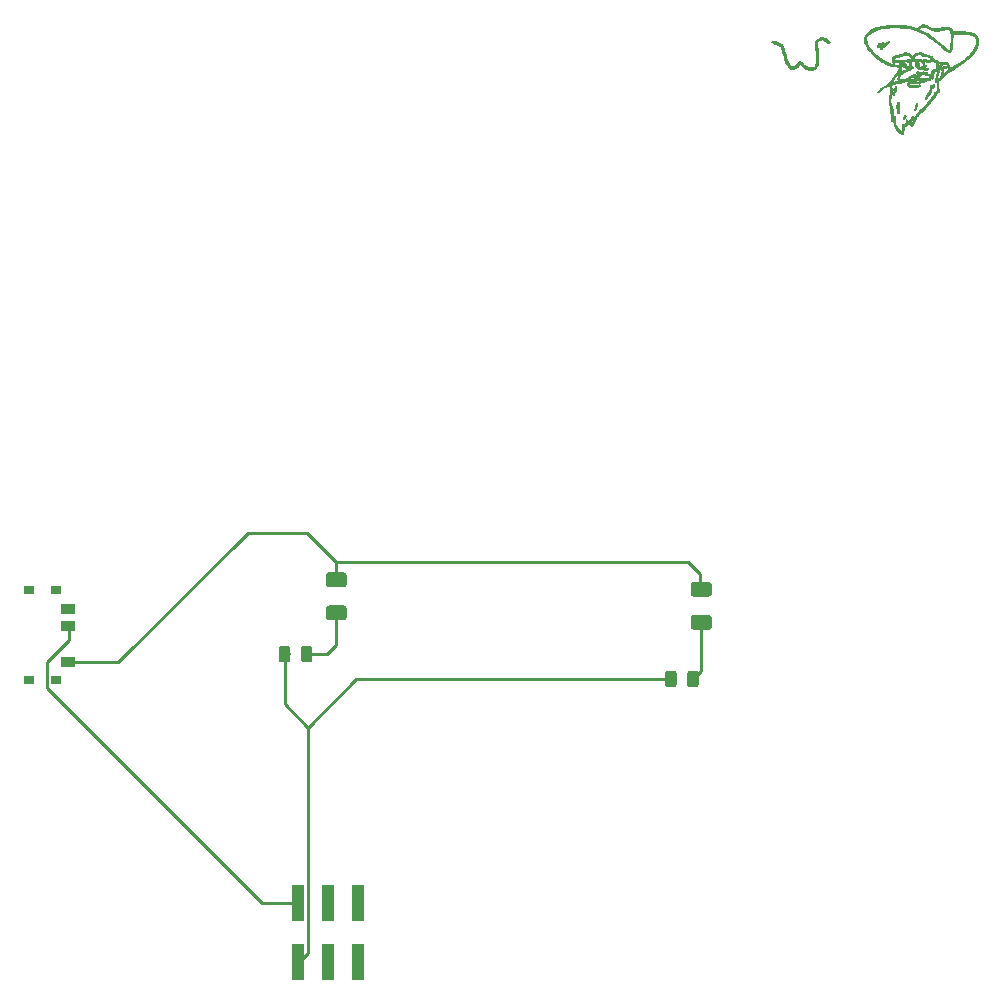
<source format=gbr>
G04 #@! TF.GenerationSoftware,KiCad,Pcbnew,5.1.2*
G04 #@! TF.CreationDate,2019-07-03T09:18:27-05:00*
G04 #@! TF.ProjectId,matrix-pills,6d617472-6978-42d7-9069-6c6c732e6b69,rev?*
G04 #@! TF.SameCoordinates,Original*
G04 #@! TF.FileFunction,Copper,L2,Bot*
G04 #@! TF.FilePolarity,Positive*
%FSLAX46Y46*%
G04 Gerber Fmt 4.6, Leading zero omitted, Abs format (unit mm)*
G04 Created by KiCad (PCBNEW 5.1.2) date 2019-07-03 09:18:27*
%MOMM*%
%LPD*%
G04 APERTURE LIST*
%ADD10C,0.010000*%
%ADD11C,0.100000*%
%ADD12C,1.250000*%
%ADD13R,1.000000X3.150000*%
%ADD14C,0.975000*%
%ADD15R,0.900000X0.800000*%
%ADD16R,1.250000X0.900000*%
%ADD17C,0.250000*%
G04 APERTURE END LIST*
D10*
G36*
X161330587Y-55179101D02*
G01*
X161147524Y-55271441D01*
X161011592Y-55405243D01*
X161004211Y-55416445D01*
X160965704Y-55486560D01*
X160944213Y-55561161D01*
X160937740Y-55661906D01*
X160944287Y-55810454D01*
X160955088Y-55949000D01*
X160968682Y-56157176D01*
X160979873Y-56415106D01*
X160987394Y-56687886D01*
X160989962Y-56909064D01*
X160989221Y-57141042D01*
X160984387Y-57305025D01*
X160973305Y-57417664D01*
X160953820Y-57495610D01*
X160923775Y-57555512D01*
X160902268Y-57586397D01*
X160816398Y-57671274D01*
X160702822Y-57711004D01*
X160629984Y-57719227D01*
X160382110Y-57700096D01*
X160154281Y-57602890D01*
X159940656Y-57424818D01*
X159885776Y-57363825D01*
X159781108Y-57250241D01*
X159690934Y-57168178D01*
X159633859Y-57134453D01*
X159631888Y-57134334D01*
X159576245Y-57167452D01*
X159502818Y-57251096D01*
X159470495Y-57298393D01*
X159323131Y-57489127D01*
X159173087Y-57603226D01*
X159025716Y-57639020D01*
X158886369Y-57594837D01*
X158792029Y-57510223D01*
X158711347Y-57401415D01*
X158641066Y-57273458D01*
X158573918Y-57109221D01*
X158502636Y-56891574D01*
X158444015Y-56689834D01*
X158384550Y-56479010D01*
X158322317Y-56259557D01*
X158268667Y-56071471D01*
X158257754Y-56033442D01*
X158178584Y-55758050D01*
X157750435Y-55594582D01*
X157532433Y-55515972D01*
X157384002Y-55473703D01*
X157298999Y-55466227D01*
X157277855Y-55475545D01*
X157247323Y-55534474D01*
X157280260Y-55594145D01*
X157382714Y-55659634D01*
X157560730Y-55736021D01*
X157610113Y-55754600D01*
X157769737Y-55816840D01*
X157900704Y-55873866D01*
X157980730Y-55915783D01*
X157991473Y-55923933D01*
X158019685Y-55980037D01*
X158063474Y-56101746D01*
X158117447Y-56272637D01*
X158176210Y-56476288D01*
X158192749Y-56536804D01*
X158303263Y-56918610D01*
X158409349Y-57223568D01*
X158515154Y-57459062D01*
X158624827Y-57632475D01*
X158742515Y-57751190D01*
X158872365Y-57822591D01*
X158923931Y-57838398D01*
X159097621Y-57841191D01*
X159281426Y-57774646D01*
X159453741Y-57647924D01*
X159507431Y-57590944D01*
X159658489Y-57414467D01*
X159828458Y-57591355D01*
X160012966Y-57757866D01*
X160196288Y-57860737D01*
X160409082Y-57914778D01*
X160523587Y-57927186D01*
X160681029Y-57933485D01*
X160790094Y-57917957D01*
X160885756Y-57873620D01*
X160927666Y-57846552D01*
X161055913Y-57718677D01*
X161147302Y-57531493D01*
X161202345Y-57281317D01*
X161221551Y-56964461D01*
X161205431Y-56577242D01*
X161160818Y-56163076D01*
X161132055Y-55911873D01*
X161124811Y-55728459D01*
X161142863Y-55597833D01*
X161189991Y-55504997D01*
X161269973Y-55434951D01*
X161356298Y-55387122D01*
X161501342Y-55342101D01*
X161639703Y-55360585D01*
X161787459Y-55447350D01*
X161903421Y-55549650D01*
X161998884Y-55635110D01*
X162061491Y-55665811D01*
X162113708Y-55651090D01*
X162126473Y-55642361D01*
X162173927Y-55597661D01*
X162167648Y-55548669D01*
X162129475Y-55489482D01*
X162020040Y-55376072D01*
X161867499Y-55269287D01*
X161702595Y-55186782D01*
X161556072Y-55146212D01*
X161529026Y-55144667D01*
X161330587Y-55179101D01*
X161330587Y-55179101D01*
G37*
X161330587Y-55179101D02*
X161147524Y-55271441D01*
X161011592Y-55405243D01*
X161004211Y-55416445D01*
X160965704Y-55486560D01*
X160944213Y-55561161D01*
X160937740Y-55661906D01*
X160944287Y-55810454D01*
X160955088Y-55949000D01*
X160968682Y-56157176D01*
X160979873Y-56415106D01*
X160987394Y-56687886D01*
X160989962Y-56909064D01*
X160989221Y-57141042D01*
X160984387Y-57305025D01*
X160973305Y-57417664D01*
X160953820Y-57495610D01*
X160923775Y-57555512D01*
X160902268Y-57586397D01*
X160816398Y-57671274D01*
X160702822Y-57711004D01*
X160629984Y-57719227D01*
X160382110Y-57700096D01*
X160154281Y-57602890D01*
X159940656Y-57424818D01*
X159885776Y-57363825D01*
X159781108Y-57250241D01*
X159690934Y-57168178D01*
X159633859Y-57134453D01*
X159631888Y-57134334D01*
X159576245Y-57167452D01*
X159502818Y-57251096D01*
X159470495Y-57298393D01*
X159323131Y-57489127D01*
X159173087Y-57603226D01*
X159025716Y-57639020D01*
X158886369Y-57594837D01*
X158792029Y-57510223D01*
X158711347Y-57401415D01*
X158641066Y-57273458D01*
X158573918Y-57109221D01*
X158502636Y-56891574D01*
X158444015Y-56689834D01*
X158384550Y-56479010D01*
X158322317Y-56259557D01*
X158268667Y-56071471D01*
X158257754Y-56033442D01*
X158178584Y-55758050D01*
X157750435Y-55594582D01*
X157532433Y-55515972D01*
X157384002Y-55473703D01*
X157298999Y-55466227D01*
X157277855Y-55475545D01*
X157247323Y-55534474D01*
X157280260Y-55594145D01*
X157382714Y-55659634D01*
X157560730Y-55736021D01*
X157610113Y-55754600D01*
X157769737Y-55816840D01*
X157900704Y-55873866D01*
X157980730Y-55915783D01*
X157991473Y-55923933D01*
X158019685Y-55980037D01*
X158063474Y-56101746D01*
X158117447Y-56272637D01*
X158176210Y-56476288D01*
X158192749Y-56536804D01*
X158303263Y-56918610D01*
X158409349Y-57223568D01*
X158515154Y-57459062D01*
X158624827Y-57632475D01*
X158742515Y-57751190D01*
X158872365Y-57822591D01*
X158923931Y-57838398D01*
X159097621Y-57841191D01*
X159281426Y-57774646D01*
X159453741Y-57647924D01*
X159507431Y-57590944D01*
X159658489Y-57414467D01*
X159828458Y-57591355D01*
X160012966Y-57757866D01*
X160196288Y-57860737D01*
X160409082Y-57914778D01*
X160523587Y-57927186D01*
X160681029Y-57933485D01*
X160790094Y-57917957D01*
X160885756Y-57873620D01*
X160927666Y-57846552D01*
X161055913Y-57718677D01*
X161147302Y-57531493D01*
X161202345Y-57281317D01*
X161221551Y-56964461D01*
X161205431Y-56577242D01*
X161160818Y-56163076D01*
X161132055Y-55911873D01*
X161124811Y-55728459D01*
X161142863Y-55597833D01*
X161189991Y-55504997D01*
X161269973Y-55434951D01*
X161356298Y-55387122D01*
X161501342Y-55342101D01*
X161639703Y-55360585D01*
X161787459Y-55447350D01*
X161903421Y-55549650D01*
X161998884Y-55635110D01*
X162061491Y-55665811D01*
X162113708Y-55651090D01*
X162126473Y-55642361D01*
X162173927Y-55597661D01*
X162167648Y-55548669D01*
X162129475Y-55489482D01*
X162020040Y-55376072D01*
X161867499Y-55269287D01*
X161702595Y-55186782D01*
X161556072Y-55146212D01*
X161529026Y-55144667D01*
X161330587Y-55179101D01*
G36*
X170166482Y-54074387D02*
G01*
X170232970Y-54093076D01*
X170311345Y-54123096D01*
X170404723Y-54165140D01*
X170516219Y-54219899D01*
X170527967Y-54225838D01*
X170626302Y-54275043D01*
X170707092Y-54313485D01*
X170775079Y-54342581D01*
X170835009Y-54363749D01*
X170891622Y-54378409D01*
X170949664Y-54387977D01*
X171013876Y-54393872D01*
X171089003Y-54397511D01*
X171103941Y-54398033D01*
X171200932Y-54399874D01*
X171287152Y-54397835D01*
X171369358Y-54391116D01*
X171454311Y-54378919D01*
X171548768Y-54360446D01*
X171659487Y-54334898D01*
X171679250Y-54330079D01*
X171755670Y-54312453D01*
X171835433Y-54295934D01*
X171909512Y-54282283D01*
X171968880Y-54273261D01*
X171973160Y-54272740D01*
X172033492Y-54266564D01*
X172079361Y-54265247D01*
X172121342Y-54269375D01*
X172170011Y-54279533D01*
X172191306Y-54284804D01*
X172251091Y-54302128D01*
X172312065Y-54323346D01*
X172361597Y-54344042D01*
X172364011Y-54345210D01*
X172408343Y-54370678D01*
X172451929Y-54401958D01*
X172489330Y-54434373D01*
X172515104Y-54463241D01*
X172523870Y-54482691D01*
X172527109Y-54503242D01*
X172534991Y-54536100D01*
X172536764Y-54542614D01*
X172543993Y-54563562D01*
X172554484Y-54581363D01*
X172570312Y-54596365D01*
X172593548Y-54608916D01*
X172626265Y-54619366D01*
X172670536Y-54628062D01*
X172728434Y-54635353D01*
X172802032Y-54641588D01*
X172893402Y-54647116D01*
X173004617Y-54652284D01*
X173137749Y-54657442D01*
X173241350Y-54661104D01*
X173422002Y-54667971D01*
X173579682Y-54675475D01*
X173716819Y-54683963D01*
X173835838Y-54693784D01*
X173939166Y-54705285D01*
X174029231Y-54718813D01*
X174108460Y-54734717D01*
X174179279Y-54753343D01*
X174244115Y-54775040D01*
X174305396Y-54800154D01*
X174346250Y-54819350D01*
X174441745Y-54872938D01*
X174517655Y-54931445D01*
X174579796Y-54999781D01*
X174608787Y-55041124D01*
X174662493Y-55144779D01*
X174702064Y-55264836D01*
X174727028Y-55396284D01*
X174736908Y-55534110D01*
X174731232Y-55673302D01*
X174709525Y-55808849D01*
X174688713Y-55886017D01*
X174641402Y-56009854D01*
X174574046Y-56145090D01*
X174486284Y-56292346D01*
X174377754Y-56452241D01*
X174288060Y-56573559D01*
X174246976Y-56626486D01*
X174206159Y-56676618D01*
X174164276Y-56724995D01*
X174119995Y-56772657D01*
X174071984Y-56820644D01*
X174018910Y-56869998D01*
X173959441Y-56921758D01*
X173892244Y-56976966D01*
X173815986Y-57036661D01*
X173729335Y-57101883D01*
X173630959Y-57173674D01*
X173519524Y-57253074D01*
X173393699Y-57341122D01*
X173252152Y-57438861D01*
X173093548Y-57547329D01*
X172916557Y-57667567D01*
X172719844Y-57800617D01*
X172695250Y-57817224D01*
X172522298Y-57934447D01*
X172369434Y-58039138D01*
X172235299Y-58132371D01*
X172118534Y-58215223D01*
X172017779Y-58288770D01*
X171931677Y-58354086D01*
X171858866Y-58412249D01*
X171797990Y-58464333D01*
X171747688Y-58511414D01*
X171706602Y-58554569D01*
X171673373Y-58594872D01*
X171646641Y-58633400D01*
X171631341Y-58659391D01*
X171583039Y-58726758D01*
X171524904Y-58771730D01*
X171458234Y-58793431D01*
X171429330Y-58795400D01*
X171408596Y-58795879D01*
X171391787Y-58798852D01*
X171378673Y-58806624D01*
X171369026Y-58821497D01*
X171362618Y-58845777D01*
X171359220Y-58881766D01*
X171358605Y-58931770D01*
X171360543Y-58998091D01*
X171364806Y-59083033D01*
X171371166Y-59188902D01*
X171378660Y-59306562D01*
X171386195Y-59424483D01*
X171392100Y-59519679D01*
X171396401Y-59594771D01*
X171399121Y-59652381D01*
X171400286Y-59695130D01*
X171399921Y-59725640D01*
X171398051Y-59746531D01*
X171394701Y-59760424D01*
X171389895Y-59769942D01*
X171383658Y-59777704D01*
X171383140Y-59778281D01*
X171299030Y-59874015D01*
X171201321Y-59989340D01*
X171090993Y-60123049D01*
X170969023Y-60273932D01*
X170836391Y-60440782D01*
X170694076Y-60622389D01*
X170574595Y-60776600D01*
X170464075Y-60919179D01*
X170367072Y-61042599D01*
X170282270Y-61148318D01*
X170208354Y-61237798D01*
X170144008Y-61312497D01*
X170087918Y-61373877D01*
X170038769Y-61423397D01*
X169995246Y-61462517D01*
X169956033Y-61492697D01*
X169919816Y-61515398D01*
X169900049Y-61525532D01*
X169838984Y-61560423D01*
X169779566Y-61607705D01*
X169718485Y-61670578D01*
X169652429Y-61752243D01*
X169620003Y-61796247D01*
X169568782Y-61871506D01*
X169514330Y-61958544D01*
X169460587Y-62050471D01*
X169411493Y-62140399D01*
X169370989Y-62221437D01*
X169350678Y-62267185D01*
X169326215Y-62326516D01*
X169298193Y-62394465D01*
X169273085Y-62455337D01*
X169246665Y-62510836D01*
X169214831Y-62565504D01*
X169184118Y-62608207D01*
X169181784Y-62610912D01*
X169149248Y-62644839D01*
X169123266Y-62662503D01*
X169096069Y-62668614D01*
X169086116Y-62668900D01*
X169040394Y-62656838D01*
X168998091Y-62623179D01*
X168963464Y-62571712D01*
X168954651Y-62551975D01*
X168925122Y-62492096D01*
X168893621Y-62454366D01*
X168861486Y-62440352D01*
X168859427Y-62440300D01*
X168824964Y-62451364D01*
X168781216Y-62483369D01*
X168730247Y-62534531D01*
X168680322Y-62594945D01*
X168631215Y-62649267D01*
X168579895Y-62689489D01*
X168530911Y-62712718D01*
X168489503Y-62716200D01*
X168462795Y-62716911D01*
X168450099Y-62724578D01*
X168446757Y-62740974D01*
X168442545Y-62778823D01*
X168437789Y-62834208D01*
X168432814Y-62903209D01*
X168427945Y-62981908D01*
X168426283Y-63011800D01*
X168421292Y-63094600D01*
X168415723Y-63170579D01*
X168409971Y-63235437D01*
X168404428Y-63284873D01*
X168399490Y-63314586D01*
X168398126Y-63319166D01*
X168378835Y-63346346D01*
X168347584Y-63372318D01*
X168314627Y-63389531D01*
X168298505Y-63392521D01*
X168281810Y-63387487D01*
X168250892Y-63375016D01*
X168232329Y-63366826D01*
X168195955Y-63343961D01*
X168144407Y-63301641D01*
X168078239Y-63240353D01*
X168009187Y-63171953D01*
X167904504Y-63062947D01*
X167818219Y-62965722D01*
X167748508Y-62876696D01*
X167693544Y-62792286D01*
X167651502Y-62708908D01*
X167620555Y-62622978D01*
X167598878Y-62530914D01*
X167584644Y-62429132D01*
X167576498Y-62322825D01*
X167572843Y-62264681D01*
X167568980Y-62217128D01*
X167565373Y-62185117D01*
X167562523Y-62173600D01*
X167549474Y-62180096D01*
X167523311Y-62196480D01*
X167510028Y-62205350D01*
X167462174Y-62230759D01*
X167424909Y-62235499D01*
X167399931Y-62219527D01*
X167394121Y-62208299D01*
X167385117Y-62177074D01*
X167375961Y-62129603D01*
X167366436Y-62064167D01*
X167356324Y-61979052D01*
X167345410Y-61872540D01*
X167333476Y-61742915D01*
X167329499Y-61697350D01*
X167310656Y-61501312D01*
X167289373Y-61320336D01*
X167266008Y-61156891D01*
X167240921Y-61013450D01*
X167214471Y-60892483D01*
X167209683Y-60873634D01*
X167186107Y-60745549D01*
X167176864Y-60599326D01*
X167182021Y-60437843D01*
X167196458Y-60300350D01*
X167220259Y-60118343D01*
X167240711Y-59950024D01*
X167257672Y-59796989D01*
X167271000Y-59660835D01*
X167280551Y-59543157D01*
X167286184Y-59445552D01*
X167287757Y-59369615D01*
X167285125Y-59316943D01*
X167284617Y-59312957D01*
X167278008Y-59276212D01*
X167268657Y-59258328D01*
X167252331Y-59252813D01*
X167245279Y-59252600D01*
X167217425Y-59257693D01*
X167170953Y-59271887D01*
X167110266Y-59293547D01*
X167039769Y-59321041D01*
X166963863Y-59352735D01*
X166904703Y-59378885D01*
X166838537Y-59404555D01*
X166789698Y-59413891D01*
X166758896Y-59406851D01*
X166747476Y-59388211D01*
X166750545Y-59370661D01*
X166766464Y-59346824D01*
X166796819Y-59315234D01*
X166843195Y-59274425D01*
X166907180Y-59222929D01*
X166990358Y-59159280D01*
X167015337Y-59140551D01*
X167085720Y-59087019D01*
X167147163Y-59037633D01*
X167197033Y-58994020D01*
X167463068Y-58994020D01*
X167464276Y-59000907D01*
X167483532Y-59010970D01*
X167514520Y-58999972D01*
X167548133Y-58975062D01*
X167585449Y-58945059D01*
X167619783Y-58925061D01*
X167659004Y-58912122D01*
X167710981Y-58903292D01*
X167751991Y-58898698D01*
X167833428Y-58887551D01*
X167891305Y-58872178D01*
X167927305Y-58851161D01*
X167943112Y-58823085D01*
X167940408Y-58786532D01*
X167926747Y-58751667D01*
X167911720Y-58714064D01*
X167904509Y-58675733D01*
X167905570Y-58631976D01*
X167915353Y-58578095D01*
X167934312Y-58509390D01*
X167956858Y-58439188D01*
X167976282Y-58378224D01*
X167993287Y-58320013D01*
X168005658Y-58272411D01*
X168010377Y-58249583D01*
X168019275Y-58193939D01*
X167979378Y-58222348D01*
X167950405Y-58248471D01*
X167912529Y-58290884D01*
X167867689Y-58346654D01*
X167817826Y-58412851D01*
X167764879Y-58486542D01*
X167710788Y-58564795D01*
X167657493Y-58644678D01*
X167606934Y-58723259D01*
X167561051Y-58797606D01*
X167521782Y-58864788D01*
X167491069Y-58921872D01*
X167470851Y-58965927D01*
X167463068Y-58994020D01*
X167197033Y-58994020D01*
X167202213Y-58989490D01*
X167253414Y-58939688D01*
X167303313Y-58885327D01*
X167354456Y-58823503D01*
X167409388Y-58751315D01*
X167470655Y-58665861D01*
X167540803Y-58564239D01*
X167607821Y-58465200D01*
X167663109Y-58383141D01*
X167717781Y-58302189D01*
X167769019Y-58226501D01*
X167814005Y-58160237D01*
X167849918Y-58107556D01*
X167870318Y-58077850D01*
X167934561Y-57979076D01*
X167980430Y-57894815D01*
X168008844Y-57823059D01*
X168020726Y-57761802D01*
X168021217Y-57749032D01*
X168020467Y-57710688D01*
X168014446Y-57689617D01*
X167998496Y-57677703D01*
X167975486Y-57669317D01*
X167947435Y-57663037D01*
X167899432Y-57655471D01*
X167836844Y-57647336D01*
X167765041Y-57639350D01*
X167713894Y-57634388D01*
X167562460Y-57618134D01*
X167430171Y-57597951D01*
X167310868Y-57572150D01*
X167198395Y-57539041D01*
X167086595Y-57496932D01*
X166969310Y-57444133D01*
X166904859Y-57412271D01*
X166808006Y-57360123D01*
X166699857Y-57296568D01*
X166583967Y-57224114D01*
X166463895Y-57145273D01*
X166343198Y-57062556D01*
X166225434Y-56978472D01*
X166114159Y-56895531D01*
X166012932Y-56816246D01*
X165925309Y-56743124D01*
X165854849Y-56678678D01*
X165830783Y-56654331D01*
X165738337Y-56552740D01*
X165644658Y-56442041D01*
X165551893Y-56325343D01*
X165462192Y-56205756D01*
X165377703Y-56086389D01*
X165300572Y-55970350D01*
X165232950Y-55860750D01*
X165176983Y-55760698D01*
X165134820Y-55673303D01*
X165112505Y-55614692D01*
X165080412Y-55475079D01*
X165073521Y-55337925D01*
X165078402Y-55301898D01*
X165246801Y-55301898D01*
X165257142Y-55399308D01*
X165259868Y-55417200D01*
X165295079Y-55566535D01*
X165353357Y-55719772D01*
X165432941Y-55875442D01*
X165532071Y-56032079D01*
X165648986Y-56188218D01*
X165781926Y-56342392D01*
X165929131Y-56493135D01*
X166088841Y-56638981D01*
X166259294Y-56778462D01*
X166438732Y-56910114D01*
X166625394Y-57032469D01*
X166817518Y-57144062D01*
X167013346Y-57243426D01*
X167211117Y-57329094D01*
X167409070Y-57399602D01*
X167605445Y-57453481D01*
X167735900Y-57479657D01*
X167815572Y-57492169D01*
X167891302Y-57502278D01*
X167959000Y-57509613D01*
X168014577Y-57513801D01*
X168053943Y-57514471D01*
X168073008Y-57511251D01*
X168073889Y-57510371D01*
X168076248Y-57488948D01*
X168071135Y-57451988D01*
X168060637Y-57407487D01*
X168046843Y-57363438D01*
X168031841Y-57327837D01*
X168022301Y-57312861D01*
X168005032Y-57296352D01*
X167983562Y-57286103D01*
X167950977Y-57280099D01*
X167900364Y-57276327D01*
X167896193Y-57276107D01*
X167817373Y-57266649D01*
X167757623Y-57248069D01*
X167718454Y-57221312D01*
X167701380Y-57187320D01*
X167704346Y-57156481D01*
X167711561Y-57140579D01*
X167723852Y-57127616D01*
X167743874Y-57117129D01*
X167774283Y-57108652D01*
X167817733Y-57101723D01*
X167876880Y-57095875D01*
X167954380Y-57090646D01*
X168052888Y-57085571D01*
X168129600Y-57082127D01*
X168276233Y-57075272D01*
X168415512Y-57067787D01*
X168545165Y-57059854D01*
X168662915Y-57051654D01*
X168766491Y-57043367D01*
X168853616Y-57035175D01*
X168922018Y-57027258D01*
X168969422Y-57019798D01*
X168992672Y-57013428D01*
X169030667Y-56982915D01*
X169051434Y-56940300D01*
X169051493Y-56895869D01*
X169034192Y-56861818D01*
X168999465Y-56819766D01*
X168952076Y-56774079D01*
X168896786Y-56729122D01*
X168838358Y-56689259D01*
X168805705Y-56670610D01*
X168760988Y-56648363D01*
X168723202Y-56631824D01*
X168699269Y-56623967D01*
X168696645Y-56623700D01*
X168675006Y-56632142D01*
X168647842Y-56652843D01*
X168643923Y-56656630D01*
X168628287Y-56671298D01*
X168613016Y-56680421D01*
X168592415Y-56684828D01*
X168560791Y-56685347D01*
X168512448Y-56682807D01*
X168479281Y-56680584D01*
X168417552Y-56676815D01*
X168372507Y-56676748D01*
X168336396Y-56682389D01*
X168301469Y-56695741D01*
X168259974Y-56718810D01*
X168209151Y-56750456D01*
X168174710Y-56770486D01*
X168142222Y-56784129D01*
X168104099Y-56793478D01*
X168052755Y-56800623D01*
X168012301Y-56804737D01*
X167912178Y-56817958D01*
X167831752Y-56837750D01*
X167765737Y-56866089D01*
X167708851Y-56904950D01*
X167683483Y-56927682D01*
X167644438Y-56970446D01*
X167624715Y-57009026D01*
X167622523Y-57051425D01*
X167636070Y-57105641D01*
X167640650Y-57118999D01*
X167657422Y-57188436D01*
X167655197Y-57245957D01*
X167639998Y-57281175D01*
X167603989Y-57317860D01*
X167566189Y-57331026D01*
X167529079Y-57322193D01*
X167495140Y-57292882D01*
X167466854Y-57244611D01*
X167446703Y-57178900D01*
X167443360Y-57160751D01*
X167438099Y-57061273D01*
X167453047Y-56962749D01*
X167486494Y-56871311D01*
X167536733Y-56793095D01*
X167549944Y-56778191D01*
X167590065Y-56740687D01*
X167633159Y-56712561D01*
X167684273Y-56692010D01*
X167748453Y-56677230D01*
X167830745Y-56666417D01*
X167873651Y-56662480D01*
X167935111Y-56656663D01*
X167977068Y-56650426D01*
X168005399Y-56642247D01*
X168025976Y-56630605D01*
X168038751Y-56619734D01*
X168087115Y-56588501D01*
X168151075Y-56567742D01*
X168221049Y-56560270D01*
X168311651Y-56551747D01*
X168385398Y-56526867D01*
X168440049Y-56486732D01*
X168466809Y-56460938D01*
X168491732Y-56446420D01*
X168524499Y-56439200D01*
X168563632Y-56435961D01*
X168656098Y-56441215D01*
X168756712Y-56466175D01*
X168860642Y-56508714D01*
X168963055Y-56566706D01*
X169059120Y-56638024D01*
X169094475Y-56669607D01*
X169180984Y-56751215D01*
X169214941Y-56693272D01*
X169266554Y-56628312D01*
X169339162Y-56570513D01*
X169428972Y-56521486D01*
X169532191Y-56482842D01*
X169645028Y-56456194D01*
X169763690Y-56443152D01*
X169806000Y-56442100D01*
X169884354Y-56444599D01*
X169945323Y-56453996D01*
X169996494Y-56472563D01*
X170045456Y-56502569D01*
X170069396Y-56520894D01*
X170109627Y-56548625D01*
X170157434Y-56571929D01*
X170217793Y-56592644D01*
X170295680Y-56612607D01*
X170349216Y-56624228D01*
X170451453Y-56649378D01*
X170532318Y-56677810D01*
X170590388Y-56708939D01*
X170619266Y-56735127D01*
X170640924Y-56778206D01*
X170640130Y-56819074D01*
X170618305Y-56852398D01*
X170582989Y-56871204D01*
X170562326Y-56872713D01*
X170540328Y-56861781D01*
X170510807Y-56834919D01*
X170501448Y-56825224D01*
X170449366Y-56770475D01*
X170283258Y-56769250D01*
X170205316Y-56767751D01*
X170147729Y-56764226D01*
X170105497Y-56758140D01*
X170073618Y-56748960D01*
X170066814Y-56746178D01*
X170012084Y-56717132D01*
X169980821Y-56687020D01*
X169971100Y-56654751D01*
X169966912Y-56635075D01*
X169949515Y-56627252D01*
X169928197Y-56626240D01*
X169890064Y-56619724D01*
X169846801Y-56603437D01*
X169834012Y-56596725D01*
X169801923Y-56580038D01*
X169775493Y-56573577D01*
X169743423Y-56575956D01*
X169712947Y-56581846D01*
X169648088Y-56600461D01*
X169573967Y-56629504D01*
X169499561Y-56664796D01*
X169433845Y-56702152D01*
X169393732Y-56730574D01*
X169343343Y-56783423D01*
X169312437Y-56841088D01*
X169301800Y-56899421D01*
X169312219Y-56954276D01*
X169342714Y-56999768D01*
X169354250Y-57010482D01*
X169366851Y-57018321D01*
X169384404Y-57023736D01*
X169410800Y-57027178D01*
X169449926Y-57029096D01*
X169505671Y-57029941D01*
X169581925Y-57030162D01*
X169605397Y-57030173D01*
X169720792Y-57031258D01*
X169814289Y-57034687D01*
X169889313Y-57040848D01*
X169949290Y-57050126D01*
X169997645Y-57062906D01*
X170035939Y-57078642D01*
X170084095Y-57102467D01*
X170087922Y-57056758D01*
X170093453Y-57025380D01*
X170107017Y-57011237D01*
X170125831Y-57007112D01*
X170160196Y-57010451D01*
X170198458Y-57023853D01*
X170202031Y-57025689D01*
X170224423Y-57034858D01*
X170255514Y-57041965D01*
X170299348Y-57047502D01*
X170359970Y-57051960D01*
X170441425Y-57055832D01*
X170453700Y-57056316D01*
X170548456Y-57060952D01*
X170620472Y-57066768D01*
X170672391Y-57074056D01*
X170706859Y-57083108D01*
X170710875Y-57084716D01*
X170747035Y-57106720D01*
X170758218Y-57131592D01*
X170744401Y-57159785D01*
X170705560Y-57191748D01*
X170705414Y-57191844D01*
X170683444Y-57205729D01*
X170663333Y-57215341D01*
X170639960Y-57221437D01*
X170608205Y-57224773D01*
X170562944Y-57226107D01*
X170499058Y-57226194D01*
X170473639Y-57226081D01*
X170395147Y-57225001D01*
X170336073Y-57222215D01*
X170290458Y-57217091D01*
X170252345Y-57208994D01*
X170221232Y-57199243D01*
X170180895Y-57185851D01*
X170159745Y-57181589D01*
X170153438Y-57186032D01*
X170154988Y-57192747D01*
X170173551Y-57264962D01*
X170182209Y-57356518D01*
X170180848Y-57463316D01*
X170169354Y-57581260D01*
X170166461Y-57601600D01*
X170159862Y-57646050D01*
X170208356Y-57591878D01*
X170248530Y-57553617D01*
X170279059Y-57538142D01*
X170298734Y-57544965D01*
X170306345Y-57573601D01*
X170300685Y-57623562D01*
X170299590Y-57628611D01*
X170281735Y-57686250D01*
X170254391Y-57728000D01*
X170210879Y-57762988D01*
X170193447Y-57773664D01*
X170124155Y-57807498D01*
X170049903Y-57829090D01*
X169964584Y-57839619D01*
X169862089Y-57840263D01*
X169850450Y-57839821D01*
X169780904Y-57835871D01*
X169729170Y-57829821D01*
X169687666Y-57820306D01*
X169648815Y-57805959D01*
X169639312Y-57801766D01*
X169549116Y-57749474D01*
X169480610Y-57684036D01*
X169433947Y-57605778D01*
X169409283Y-57515026D01*
X169407049Y-57423384D01*
X169516663Y-57423384D01*
X169531306Y-57420855D01*
X169562507Y-57399131D01*
X169567875Y-57394864D01*
X169613531Y-57360989D01*
X169647172Y-57343831D01*
X169674024Y-57341458D01*
X169693299Y-57348456D01*
X169723110Y-57374811D01*
X169749483Y-57414908D01*
X169765676Y-57457305D01*
X169767852Y-57474949D01*
X169762407Y-57511937D01*
X169743778Y-57540604D01*
X169708712Y-57563254D01*
X169653955Y-57582188D01*
X169597642Y-57595411D01*
X169573247Y-57602215D01*
X169570483Y-57611235D01*
X169580363Y-57622706D01*
X169615294Y-57642679D01*
X169668423Y-57654852D01*
X169733730Y-57659078D01*
X169805194Y-57655208D01*
X169876794Y-57643095D01*
X169919690Y-57631022D01*
X169993226Y-57596813D01*
X170045744Y-57551194D01*
X170076187Y-57495637D01*
X170083500Y-57431612D01*
X170080388Y-57407416D01*
X170059704Y-57355871D01*
X170020116Y-57304355D01*
X169967414Y-57258828D01*
X169907392Y-57225251D01*
X169900831Y-57222634D01*
X169813104Y-57199044D01*
X169734483Y-57199085D01*
X169664613Y-57222900D01*
X169603138Y-57270630D01*
X169549705Y-57342418D01*
X169534917Y-57369194D01*
X169518045Y-57406303D01*
X169516663Y-57423384D01*
X169407049Y-57423384D01*
X169406773Y-57412105D01*
X169417632Y-57336153D01*
X169426564Y-57287257D01*
X169431929Y-57247963D01*
X169432898Y-57224814D01*
X169432135Y-57221871D01*
X169416494Y-57213714D01*
X169385358Y-57206171D01*
X169373581Y-57204347D01*
X169312314Y-57185327D01*
X169254288Y-57148685D01*
X169209607Y-57101104D01*
X169203938Y-57092191D01*
X169187764Y-57067141D01*
X169177861Y-57062033D01*
X169168615Y-57074361D01*
X169167735Y-57076027D01*
X169150795Y-57099636D01*
X169123713Y-57129514D01*
X169114218Y-57138825D01*
X169096186Y-57156889D01*
X169084107Y-57174061D01*
X169076431Y-57196056D01*
X169071607Y-57228585D01*
X169068084Y-57277361D01*
X169065959Y-57316625D01*
X169061032Y-57381402D01*
X169053610Y-57444024D01*
X169044862Y-57495698D01*
X169039080Y-57519050D01*
X168998965Y-57612076D01*
X168942843Y-57686780D01*
X168872776Y-57741816D01*
X168790823Y-57775840D01*
X168699046Y-57787506D01*
X168635431Y-57782515D01*
X168528802Y-57756175D01*
X168437148Y-57713243D01*
X168362827Y-57655224D01*
X168308197Y-57583622D01*
X168300246Y-57568623D01*
X168287430Y-57535932D01*
X168279771Y-57496588D01*
X168276254Y-57443561D01*
X168275709Y-57398400D01*
X168276921Y-57339651D01*
X168400151Y-57339651D01*
X168416892Y-57335062D01*
X168435301Y-57326196D01*
X168465265Y-57314406D01*
X168492009Y-57315071D01*
X168520824Y-57324445D01*
X168570616Y-57354565D01*
X168604724Y-57397672D01*
X168621284Y-57447986D01*
X168618429Y-57499725D01*
X168594291Y-57547107D01*
X168593150Y-57548483D01*
X168572774Y-57574647D01*
X168561938Y-57592357D01*
X168561400Y-57594521D01*
X168572891Y-57608606D01*
X168602561Y-57621538D01*
X168643200Y-57631331D01*
X168687600Y-57635997D01*
X168710749Y-57635676D01*
X168763447Y-57627385D01*
X168805448Y-57607392D01*
X168824554Y-57593195D01*
X168874572Y-57541868D01*
X168908246Y-57484832D01*
X168925647Y-57426159D01*
X168926846Y-57369920D01*
X168911913Y-57320185D01*
X168880919Y-57281025D01*
X168833934Y-57256511D01*
X168818646Y-57252955D01*
X168783474Y-57244980D01*
X168733854Y-57231712D01*
X168679477Y-57215767D01*
X168669730Y-57212752D01*
X168619265Y-57198826D01*
X168575171Y-57189922D01*
X168545204Y-57187513D01*
X168540534Y-57188170D01*
X168503455Y-57206040D01*
X168463037Y-57238101D01*
X168428397Y-57276410D01*
X168414893Y-57297682D01*
X168400216Y-57328212D01*
X168400151Y-57339651D01*
X168276921Y-57339651D01*
X168276955Y-57338023D01*
X168280230Y-57280452D01*
X168284924Y-57235118D01*
X168287037Y-57222655D01*
X168293140Y-57188784D01*
X168291399Y-57173481D01*
X168279486Y-57170520D01*
X168268046Y-57171855D01*
X168245389Y-57180593D01*
X168227697Y-57201630D01*
X168213894Y-57238054D01*
X168202904Y-57292955D01*
X168193649Y-57369421D01*
X168191564Y-57391353D01*
X168188122Y-57442192D01*
X168185516Y-57507403D01*
X168183723Y-57582969D01*
X168182720Y-57664875D01*
X168182484Y-57749105D01*
X168182992Y-57831643D01*
X168184221Y-57908475D01*
X168186149Y-57975584D01*
X168188752Y-58028955D01*
X168192008Y-58064572D01*
X168195486Y-58078139D01*
X168209326Y-58075690D01*
X168239589Y-58062087D01*
X168281241Y-58039765D01*
X168312012Y-58021749D01*
X168367856Y-57989216D01*
X168424792Y-57958024D01*
X168473449Y-57933244D01*
X168488792Y-57926130D01*
X168559215Y-57897993D01*
X168638786Y-57871135D01*
X168722383Y-57846792D01*
X168804887Y-57826197D01*
X168881175Y-57810585D01*
X168946126Y-57801189D01*
X168994619Y-57799243D01*
X169008557Y-57800886D01*
X169040455Y-57815341D01*
X169052748Y-57838392D01*
X169047223Y-57864942D01*
X169025671Y-57889897D01*
X168989879Y-57908161D01*
X168969231Y-57912896D01*
X168880631Y-57933812D01*
X168779150Y-57970248D01*
X168669668Y-58019565D01*
X168557063Y-58079122D01*
X168446215Y-58146281D01*
X168342001Y-58218400D01*
X168249300Y-58292842D01*
X168222814Y-58316768D01*
X168148519Y-58392901D01*
X168094853Y-58462931D01*
X168062273Y-58525764D01*
X168051237Y-58580307D01*
X168062202Y-58625465D01*
X168083033Y-58650751D01*
X168134779Y-58682051D01*
X168205932Y-58705715D01*
X168291292Y-58720405D01*
X168370900Y-58724834D01*
X168451986Y-58721799D01*
X168515802Y-58710137D01*
X168569677Y-58687544D01*
X168620939Y-58651718D01*
X168631180Y-58643060D01*
X168675060Y-58611116D01*
X168724294Y-58583872D01*
X168748064Y-58574137D01*
X168784180Y-58557862D01*
X168832979Y-58530341D01*
X168887096Y-58495922D01*
X168923350Y-58470668D01*
X169002756Y-58415037D01*
X169068666Y-58373830D01*
X169126284Y-58344278D01*
X169180814Y-58323616D01*
X169219844Y-58312979D01*
X169290221Y-58303152D01*
X169360784Y-58308583D01*
X169438969Y-58330200D01*
X169478289Y-58345321D01*
X169524635Y-58363063D01*
X169557215Y-58370993D01*
X169585080Y-58370462D01*
X169609729Y-58364943D01*
X169653966Y-58347919D01*
X169692069Y-58324636D01*
X169718493Y-58299488D01*
X169727695Y-58276868D01*
X169726708Y-58272260D01*
X169708369Y-58257981D01*
X169666953Y-58247334D01*
X169647276Y-58244590D01*
X169599766Y-58236393D01*
X169556926Y-58224671D01*
X169538582Y-58217179D01*
X169498170Y-58186342D01*
X169478468Y-58149251D01*
X169480464Y-58110784D01*
X169505147Y-58075822D01*
X169509262Y-58072421D01*
X169557286Y-58049855D01*
X169612324Y-58048923D01*
X169668364Y-58069453D01*
X169680903Y-58077289D01*
X169750527Y-58112880D01*
X169824511Y-58130528D01*
X169897074Y-58130111D01*
X169962434Y-58111503D01*
X170004739Y-58084244D01*
X170038556Y-58058182D01*
X170067263Y-58048484D01*
X170099083Y-58054856D01*
X170142238Y-58077005D01*
X170146016Y-58079210D01*
X170178221Y-58096526D01*
X170205967Y-58105471D01*
X170238689Y-58107609D01*
X170285822Y-58104501D01*
X170294080Y-58103740D01*
X170348204Y-58100171D01*
X170382798Y-58103872D01*
X170403392Y-58117977D01*
X170415519Y-58145620D01*
X170422240Y-58176346D01*
X170443244Y-58227052D01*
X170467826Y-58254901D01*
X170491908Y-58279970D01*
X170504122Y-58302086D01*
X170504500Y-58305183D01*
X170493352Y-58327442D01*
X170463997Y-58342418D01*
X170422568Y-58350088D01*
X170375200Y-58350430D01*
X170328023Y-58343420D01*
X170287173Y-58329037D01*
X170258782Y-58307258D01*
X170257884Y-58306089D01*
X170234087Y-58290883D01*
X170191509Y-58278420D01*
X170136676Y-58269240D01*
X170076111Y-58263883D01*
X170016339Y-58262888D01*
X169963884Y-58266795D01*
X169925271Y-58276144D01*
X169920762Y-58278206D01*
X169898567Y-58297231D01*
X169871306Y-58331382D01*
X169846763Y-58370094D01*
X169814797Y-58424547D01*
X169788001Y-58462003D01*
X169760638Y-58488402D01*
X169726967Y-58509684D01*
X169698050Y-58524025D01*
X169624353Y-58548500D01*
X169548798Y-58551956D01*
X169466403Y-58534319D01*
X169427166Y-58520046D01*
X169357786Y-58497302D01*
X169293061Y-58488355D01*
X169229585Y-58494296D01*
X169163954Y-58516217D01*
X169092765Y-58555208D01*
X169012613Y-58612361D01*
X168931552Y-58678898D01*
X168875245Y-58726957D01*
X168827405Y-58766326D01*
X168784512Y-58798520D01*
X168743045Y-58825054D01*
X168699484Y-58847443D01*
X168650310Y-58867203D01*
X168592001Y-58885850D01*
X168521037Y-58904899D01*
X168433899Y-58925864D01*
X168327065Y-58950262D01*
X168272670Y-58962529D01*
X168116479Y-58997571D01*
X167983063Y-59027119D01*
X167870485Y-59051560D01*
X167776811Y-59071277D01*
X167700104Y-59086658D01*
X167638430Y-59098088D01*
X167589852Y-59105952D01*
X167552435Y-59110635D01*
X167524243Y-59112524D01*
X167519252Y-59112603D01*
X167475996Y-59114922D01*
X167446197Y-59124045D01*
X167427111Y-59144003D01*
X167415996Y-59178830D01*
X167410109Y-59232555D01*
X167407916Y-59276262D01*
X167405892Y-59351503D01*
X167407314Y-59404881D01*
X167412904Y-59439787D01*
X167423383Y-59459613D01*
X167439474Y-59467749D01*
X167448836Y-59468500D01*
X167482686Y-59479210D01*
X167503730Y-59510357D01*
X167512010Y-59560466D01*
X167507563Y-59628060D01*
X167490432Y-59711664D01*
X167460654Y-59809802D01*
X167437973Y-59871845D01*
X167384967Y-60031837D01*
X167343880Y-60203177D01*
X167316468Y-60376619D01*
X167304490Y-60542915D01*
X167304100Y-60576309D01*
X167306348Y-60646963D01*
X167312611Y-60705895D01*
X167322167Y-60749241D01*
X167334295Y-60773140D01*
X167341513Y-60776600D01*
X167354942Y-60788263D01*
X167370016Y-60819592D01*
X167384888Y-60865092D01*
X167397713Y-60919269D01*
X167405508Y-60967100D01*
X167410690Y-61021386D01*
X167414850Y-61090489D01*
X167417436Y-61163828D01*
X167418007Y-61207130D01*
X167418400Y-61351910D01*
X167457161Y-61298401D01*
X167489314Y-61262109D01*
X167515341Y-61250103D01*
X167534839Y-61262396D01*
X167546647Y-61295090D01*
X167548422Y-61320065D01*
X167548491Y-61365957D01*
X167546975Y-61428349D01*
X167543994Y-61502826D01*
X167539669Y-61584971D01*
X167537998Y-61612514D01*
X167532902Y-61694378D01*
X167528368Y-61768274D01*
X167524635Y-61830231D01*
X167521941Y-61876274D01*
X167520524Y-61902431D01*
X167520370Y-61906302D01*
X167527933Y-61909764D01*
X167549122Y-61895768D01*
X167567625Y-61879228D01*
X167614459Y-61838293D01*
X167650597Y-61816465D01*
X167679805Y-61811969D01*
X167697650Y-61817919D01*
X167716214Y-61833148D01*
X167727541Y-61857396D01*
X167731933Y-61894282D01*
X167729689Y-61947424D01*
X167721110Y-62020439D01*
X167716897Y-62049795D01*
X167703553Y-62167011D01*
X167701521Y-62268964D01*
X167711239Y-62363344D01*
X167733148Y-62457843D01*
X167741832Y-62486329D01*
X167769476Y-62563064D01*
X167802708Y-62634673D01*
X167844080Y-62704803D01*
X167896144Y-62777104D01*
X167961451Y-62855223D01*
X168042554Y-62942811D01*
X168107352Y-63008961D01*
X168163670Y-63065153D01*
X168204845Y-63105061D01*
X168233397Y-63130648D01*
X168251849Y-63143881D01*
X168262723Y-63146724D01*
X168268539Y-63141144D01*
X168270299Y-63135961D01*
X168273268Y-63114201D01*
X168276747Y-63071788D01*
X168280433Y-63013455D01*
X168284022Y-62943937D01*
X168286739Y-62880337D01*
X168291785Y-62771982D01*
X168297930Y-62686003D01*
X168305690Y-62619382D01*
X168315585Y-62569101D01*
X168328132Y-62532145D01*
X168343847Y-62505494D01*
X168352770Y-62495375D01*
X168379692Y-62473794D01*
X168405078Y-62468533D01*
X168433876Y-62480799D01*
X168471031Y-62511798D01*
X168488006Y-62528377D01*
X168550683Y-62591054D01*
X168567479Y-62550602D01*
X168577641Y-62515630D01*
X168587993Y-62462435D01*
X168597576Y-62398166D01*
X168605430Y-62329975D01*
X168610599Y-62265012D01*
X168612164Y-62217302D01*
X168616243Y-62170658D01*
X168626927Y-62135406D01*
X168631250Y-62128402D01*
X168646670Y-62111535D01*
X168658213Y-62114837D01*
X168667993Y-62126547D01*
X168680676Y-62152847D01*
X168691581Y-62191926D01*
X168694474Y-62207937D01*
X168706188Y-62268289D01*
X168720411Y-62305986D01*
X168738416Y-62323744D01*
X168749847Y-62326000D01*
X168775661Y-62314925D01*
X168812973Y-62282117D01*
X168861229Y-62228199D01*
X168919871Y-62153795D01*
X168988343Y-62059527D01*
X168990664Y-62056227D01*
X169051561Y-61971748D01*
X169101527Y-61907599D01*
X169142200Y-61862037D01*
X169175217Y-61833316D01*
X169202215Y-61819695D01*
X169214318Y-61818000D01*
X169244299Y-61824845D01*
X169264409Y-61847742D01*
X169276911Y-61890233D01*
X169281330Y-61922905D01*
X169280232Y-61999658D01*
X169258942Y-62061519D01*
X169216688Y-62109965D01*
X169168120Y-62139657D01*
X169118010Y-62165765D01*
X169086909Y-62190260D01*
X169069689Y-62219437D01*
X169061220Y-62259588D01*
X169059825Y-62272538D01*
X169059269Y-62314135D01*
X169063867Y-62358866D01*
X169072166Y-62399575D01*
X169082711Y-62429104D01*
X169093890Y-62440300D01*
X169102147Y-62434262D01*
X169114768Y-62414724D01*
X169132801Y-62379546D01*
X169157293Y-62326588D01*
X169189290Y-62253712D01*
X169218161Y-62186300D01*
X169294588Y-62023884D01*
X169383311Y-61865038D01*
X169479205Y-61718601D01*
X169525217Y-61656676D01*
X169587412Y-61576146D01*
X169635730Y-61512245D01*
X169672281Y-61461863D01*
X169699175Y-61421892D01*
X169718521Y-61389221D01*
X169732429Y-61360744D01*
X169741289Y-61338248D01*
X169767077Y-61288795D01*
X169800289Y-61263538D01*
X169840727Y-61262569D01*
X169872612Y-61276038D01*
X169911759Y-61298506D01*
X169968024Y-61243928D01*
X170028885Y-61181697D01*
X170100191Y-61103455D01*
X170179356Y-61012477D01*
X170263795Y-60912036D01*
X170350920Y-60805406D01*
X170438147Y-60695862D01*
X170522889Y-60586675D01*
X170602560Y-60481122D01*
X170674576Y-60382475D01*
X170736349Y-60294009D01*
X170785293Y-60218997D01*
X170808615Y-60179700D01*
X170850912Y-60109322D01*
X170890454Y-60056309D01*
X170932880Y-60014054D01*
X170980750Y-59978023D01*
X171010117Y-59956545D01*
X171025218Y-59937193D01*
X171030783Y-59910312D01*
X171031550Y-59874353D01*
X171031550Y-59805050D01*
X171073429Y-59803780D01*
X171118039Y-59790541D01*
X171162883Y-59755876D01*
X171204131Y-59703432D01*
X171230616Y-59654151D01*
X171242674Y-59624962D01*
X171250810Y-59596724D01*
X171255696Y-59563648D01*
X171258002Y-59519945D01*
X171258402Y-59459828D01*
X171258052Y-59417700D01*
X171256395Y-59358163D01*
X171252846Y-59288396D01*
X171247816Y-59212837D01*
X171241710Y-59135923D01*
X171234937Y-59062094D01*
X171227904Y-58995789D01*
X171221020Y-58941446D01*
X171214692Y-58903502D01*
X171209327Y-58886398D01*
X171209237Y-58886303D01*
X171203856Y-58890719D01*
X171203000Y-58899826D01*
X171195312Y-58923989D01*
X171180775Y-58946319D01*
X171159440Y-58965558D01*
X171143066Y-58964615D01*
X171131000Y-58942230D01*
X171122588Y-58897144D01*
X171117177Y-58828097D01*
X171116939Y-58823287D01*
X171118071Y-58676584D01*
X171135412Y-58532662D01*
X171266500Y-58532662D01*
X171277013Y-58574102D01*
X171304845Y-58602973D01*
X171344432Y-58617730D01*
X171390208Y-58616830D01*
X171436610Y-58598729D01*
X171455547Y-58585123D01*
X171483014Y-58556559D01*
X171514832Y-58515650D01*
X171538363Y-58480348D01*
X171575529Y-58428775D01*
X171628748Y-58367295D01*
X171693280Y-58300587D01*
X171764385Y-58233332D01*
X171837321Y-58170209D01*
X171907351Y-58115900D01*
X171907850Y-58115540D01*
X171990276Y-58055767D01*
X172054230Y-58007944D01*
X172102043Y-57969448D01*
X172136046Y-57937655D01*
X172158571Y-57909944D01*
X172171948Y-57883691D01*
X172178510Y-57856274D01*
X172180588Y-57825069D01*
X172180679Y-57808605D01*
X172173068Y-57713364D01*
X172152267Y-57622641D01*
X172120280Y-57541493D01*
X172079113Y-57474976D01*
X172030772Y-57428148D01*
X172029401Y-57427214D01*
X171989382Y-57406644D01*
X171947567Y-57400389D01*
X171898506Y-57408863D01*
X171836750Y-57432486D01*
X171812346Y-57443825D01*
X171712300Y-57497277D01*
X171634796Y-57552155D01*
X171577038Y-57611619D01*
X171536225Y-57678834D01*
X171509561Y-57756961D01*
X171501706Y-57794943D01*
X171460951Y-57970578D01*
X171400568Y-58137286D01*
X171386355Y-58169375D01*
X171353641Y-58245467D01*
X171323751Y-58322998D01*
X171298431Y-58396680D01*
X171279424Y-58461226D01*
X171268476Y-58511346D01*
X171266500Y-58532662D01*
X171135412Y-58532662D01*
X171136110Y-58526869D01*
X171171839Y-58369856D01*
X171226039Y-58201259D01*
X171234728Y-58177605D01*
X171275425Y-58057236D01*
X171307652Y-57939060D01*
X171329397Y-57830912D01*
X171335425Y-57785750D01*
X171345593Y-57712107D01*
X171360075Y-57655813D01*
X171382038Y-57608842D01*
X171414646Y-57563169D01*
X171430644Y-57544305D01*
X171461999Y-57506123D01*
X171486357Y-57472105D01*
X171498741Y-57449241D01*
X171499020Y-57448279D01*
X171495419Y-57416542D01*
X171472465Y-57385920D01*
X171435812Y-57361999D01*
X171401169Y-57351558D01*
X171369570Y-57347443D01*
X171356946Y-57351682D01*
X171357202Y-57368540D01*
X171359717Y-57380562D01*
X171373487Y-57460352D01*
X171378086Y-57528414D01*
X171373446Y-57580485D01*
X171363246Y-57607447D01*
X171342711Y-57630489D01*
X171324106Y-57639700D01*
X171309136Y-57643046D01*
X171298240Y-57655873D01*
X171290005Y-57682359D01*
X171283015Y-57726687D01*
X171277368Y-57777829D01*
X171263832Y-57876253D01*
X171244906Y-57951242D01*
X171219611Y-58004375D01*
X171186972Y-58037230D01*
X171146013Y-58051388D01*
X171108663Y-58050606D01*
X171075005Y-58047728D01*
X171052388Y-58053751D01*
X171030622Y-58073149D01*
X171014730Y-58091858D01*
X170974313Y-58156326D01*
X170943384Y-58240772D01*
X170921512Y-58346652D01*
X170910615Y-58443163D01*
X170904771Y-58504726D01*
X170898051Y-58559701D01*
X170891351Y-58601497D01*
X170886364Y-58621677D01*
X170863890Y-58656152D01*
X170832835Y-58673582D01*
X170800125Y-58670232D01*
X170798179Y-58669245D01*
X170774219Y-58647978D01*
X170746005Y-58611099D01*
X170718575Y-58566638D01*
X170696966Y-58522622D01*
X170687057Y-58492160D01*
X170678837Y-58451064D01*
X170643660Y-58484766D01*
X170610215Y-58508674D01*
X170583263Y-58510463D01*
X170563861Y-58498197D01*
X170551451Y-58473382D01*
X170544824Y-58431808D01*
X170542773Y-58369315D01*
X170546322Y-58313479D01*
X170558177Y-58279214D01*
X170579691Y-58263660D01*
X170593563Y-58262000D01*
X170618500Y-58272366D01*
X170647462Y-58298693D01*
X170673957Y-58333819D01*
X170691212Y-58369690D01*
X170703293Y-58407531D01*
X170726160Y-58372632D01*
X170740326Y-58338631D01*
X170752674Y-58285163D01*
X170760900Y-58226842D01*
X170769145Y-58152426D01*
X170776120Y-58098828D01*
X170782911Y-58061574D01*
X170790605Y-58036191D01*
X170800286Y-58018205D01*
X170813041Y-58003143D01*
X170815914Y-58000231D01*
X170845714Y-57978997D01*
X170875470Y-57969905D01*
X170876032Y-57969900D01*
X170913023Y-57960054D01*
X170933140Y-57931543D01*
X170936494Y-57907034D01*
X170945017Y-57863159D01*
X170970511Y-57836725D01*
X171013815Y-57827327D01*
X171075768Y-57834561D01*
X171083345Y-57836259D01*
X171123651Y-57844714D01*
X171152755Y-57849103D01*
X171163238Y-57848795D01*
X171163833Y-57834813D01*
X171160973Y-57802232D01*
X171155260Y-57757526D01*
X171153817Y-57747629D01*
X171146552Y-57689850D01*
X171141399Y-57631826D01*
X171139500Y-57587235D01*
X171141773Y-57545504D01*
X171151436Y-57518066D01*
X171172750Y-57494005D01*
X171177600Y-57489675D01*
X171206066Y-57455779D01*
X171214509Y-57418020D01*
X171203843Y-57370200D01*
X171197610Y-57354290D01*
X171175509Y-57320313D01*
X171137924Y-57291113D01*
X171081517Y-57264695D01*
X171006317Y-57240031D01*
X170914645Y-57207898D01*
X170846900Y-57171285D01*
X170803456Y-57130474D01*
X170784691Y-57085745D01*
X170783900Y-57073935D01*
X170781575Y-57046488D01*
X170770657Y-57037731D01*
X170752908Y-57039546D01*
X170719681Y-57035491D01*
X170689408Y-57012962D01*
X170664622Y-56973910D01*
X170656025Y-56927173D01*
X170661329Y-56877454D01*
X170678244Y-56829454D01*
X170704482Y-56787875D01*
X170737753Y-56757417D01*
X170775768Y-56742784D01*
X170816240Y-56748675D01*
X170817749Y-56749345D01*
X170848047Y-56775361D01*
X170870463Y-56817209D01*
X170881172Y-56865647D01*
X170879602Y-56898803D01*
X170875970Y-56927425D01*
X170883518Y-56939000D01*
X170907572Y-56941198D01*
X170909038Y-56941200D01*
X170938188Y-56947567D01*
X170971689Y-56968833D01*
X171008779Y-57002253D01*
X171091327Y-57068860D01*
X171193799Y-57128759D01*
X171311261Y-57180457D01*
X171438777Y-57222459D01*
X171571414Y-57253274D01*
X171704236Y-57271407D01*
X171832309Y-57275365D01*
X171897288Y-57271131D01*
X171980460Y-57265168D01*
X172048926Y-57267706D01*
X172105224Y-57280986D01*
X172151891Y-57307250D01*
X172191463Y-57348739D01*
X172226476Y-57407696D01*
X172259467Y-57486362D01*
X172292972Y-57586979D01*
X172306858Y-57633100D01*
X172353891Y-57792511D01*
X172486470Y-57708720D01*
X172541012Y-57673475D01*
X172590381Y-57640165D01*
X172629012Y-57612634D01*
X172650800Y-57595238D01*
X172674195Y-57577778D01*
X172714526Y-57552099D01*
X172766159Y-57521636D01*
X172823462Y-57489827D01*
X172824288Y-57489383D01*
X172917966Y-57437636D01*
X173023118Y-57377201D01*
X173132427Y-57312452D01*
X173238572Y-57247766D01*
X173334234Y-57187517D01*
X173387400Y-57152759D01*
X173511206Y-57065800D01*
X173630221Y-56972579D01*
X173750758Y-56867903D01*
X173868337Y-56757103D01*
X174033036Y-56587183D01*
X174176832Y-56418450D01*
X174299292Y-56251748D01*
X174399980Y-56087923D01*
X174478465Y-55927822D01*
X174534313Y-55772290D01*
X174567090Y-55622172D01*
X174576363Y-55478316D01*
X174569595Y-55388670D01*
X174546051Y-55278710D01*
X174506627Y-55187327D01*
X174449657Y-55112049D01*
X174373475Y-55050403D01*
X174321840Y-55020933D01*
X174249700Y-54990506D01*
X174158901Y-54961780D01*
X174056183Y-54936535D01*
X173948286Y-54916552D01*
X173901750Y-54909991D01*
X173847851Y-54904625D01*
X173772357Y-54899222D01*
X173679072Y-54893924D01*
X173571800Y-54888869D01*
X173454347Y-54884198D01*
X173330516Y-54880052D01*
X173204111Y-54876570D01*
X173078936Y-54873893D01*
X172958797Y-54872161D01*
X172857953Y-54871526D01*
X172601556Y-54871100D01*
X172594667Y-54925075D01*
X172591816Y-54953308D01*
X172587653Y-55002429D01*
X172582524Y-55067978D01*
X172576771Y-55145496D01*
X172570740Y-55230525D01*
X172567953Y-55271150D01*
X172552483Y-55487445D01*
X172537079Y-55679616D01*
X172521761Y-55847490D01*
X172506549Y-55990893D01*
X172491465Y-56109653D01*
X172476529Y-56203596D01*
X172461761Y-56272549D01*
X172447183Y-56316339D01*
X172441961Y-56325946D01*
X172406773Y-56356836D01*
X172350564Y-56375290D01*
X172274655Y-56380956D01*
X172239486Y-56379591D01*
X172195573Y-56374968D01*
X172153241Y-56366105D01*
X172110355Y-56351576D01*
X172064778Y-56329954D01*
X172014375Y-56299811D01*
X171957012Y-56259722D01*
X171890552Y-56208259D01*
X171812860Y-56143995D01*
X171721800Y-56065504D01*
X171615238Y-55971358D01*
X171575718Y-55936085D01*
X171376297Y-55760174D01*
X171190831Y-55601857D01*
X171016855Y-55459347D01*
X170851902Y-55330861D01*
X170693507Y-55214612D01*
X170539205Y-55108816D01*
X170386530Y-55011687D01*
X170233016Y-54921440D01*
X170076198Y-54836290D01*
X170009200Y-54801842D01*
X169843166Y-54721852D01*
X169669220Y-54645533D01*
X169491946Y-54574525D01*
X169315928Y-54510467D01*
X169201368Y-54473127D01*
X169750157Y-54473127D01*
X170003503Y-54604451D01*
X170196238Y-54706975D01*
X170375929Y-54808421D01*
X170545837Y-54911151D01*
X170709223Y-55017526D01*
X170869347Y-55129908D01*
X171029470Y-55250660D01*
X171192851Y-55382141D01*
X171362751Y-55526716D01*
X171542431Y-55686744D01*
X171707504Y-55838752D01*
X171814786Y-55938141D01*
X171905851Y-56020959D01*
X171982400Y-56088641D01*
X172046131Y-56142619D01*
X172098745Y-56184328D01*
X172141942Y-56215200D01*
X172177422Y-56236670D01*
X172182534Y-56239348D01*
X172225267Y-56259306D01*
X172254831Y-56266711D01*
X172279425Y-56262744D01*
X172294974Y-56255520D01*
X172318027Y-56230075D01*
X172338801Y-56180153D01*
X172357206Y-56106584D01*
X172373149Y-56010196D01*
X172386537Y-55891820D01*
X172397279Y-55752284D01*
X172405282Y-55592417D01*
X172410455Y-55413049D01*
X172412705Y-55215009D01*
X172412764Y-55194950D01*
X172412750Y-55083078D01*
X172412043Y-54992967D01*
X172410472Y-54920983D01*
X172407866Y-54863492D01*
X172404057Y-54816859D01*
X172398874Y-54777452D01*
X172392147Y-54741635D01*
X172391407Y-54738220D01*
X172378709Y-54685825D01*
X172365275Y-54639242D01*
X172353671Y-54607217D01*
X172351926Y-54603580D01*
X172319969Y-54559881D01*
X172274963Y-54520090D01*
X172226132Y-54491479D01*
X172198436Y-54482628D01*
X172145767Y-54477952D01*
X172074868Y-54479084D01*
X171992088Y-54485443D01*
X171903779Y-54496449D01*
X171816295Y-54511520D01*
X171768150Y-54521963D01*
X171631567Y-54553292D01*
X171515468Y-54577576D01*
X171416086Y-54595323D01*
X171329655Y-54607042D01*
X171252407Y-54613241D01*
X171180576Y-54614427D01*
X171110395Y-54611110D01*
X171108481Y-54610962D01*
X170998001Y-54598089D01*
X170893346Y-54576194D01*
X170788986Y-54543415D01*
X170679392Y-54497894D01*
X170559034Y-54437768D01*
X170503358Y-54407387D01*
X170388515Y-54346470D01*
X170289900Y-54301873D01*
X170204310Y-54273556D01*
X170128543Y-54261478D01*
X170059398Y-54265600D01*
X169993670Y-54285883D01*
X169928159Y-54322286D01*
X169859662Y-54374769D01*
X169832053Y-54399039D01*
X169750157Y-54473127D01*
X169201368Y-54473127D01*
X169145750Y-54454999D01*
X168985998Y-54409760D01*
X168841255Y-54376391D01*
X168796350Y-54368053D01*
X168743771Y-54361456D01*
X168668670Y-54355587D01*
X168573914Y-54350454D01*
X168462371Y-54346065D01*
X168336908Y-54342425D01*
X168200394Y-54339543D01*
X168055695Y-54337426D01*
X167905678Y-54336080D01*
X167753213Y-54335512D01*
X167601165Y-54335730D01*
X167452403Y-54336742D01*
X167309794Y-54338553D01*
X167176205Y-54341171D01*
X167054505Y-54344603D01*
X166947561Y-54348857D01*
X166858239Y-54353939D01*
X166789409Y-54359856D01*
X166764350Y-54363016D01*
X166587257Y-54396400D01*
X166391889Y-54447311D01*
X166313431Y-54471071D01*
X166113795Y-54539051D01*
X165936581Y-54611193D01*
X165778946Y-54689015D01*
X165638052Y-54774033D01*
X165511056Y-54867764D01*
X165418969Y-54948705D01*
X165348151Y-55020738D01*
X165297486Y-55086301D01*
X165265013Y-55151167D01*
X165248771Y-55221109D01*
X165246801Y-55301898D01*
X165078402Y-55301898D01*
X165091722Y-55203593D01*
X165134904Y-55072444D01*
X165202958Y-54944840D01*
X165295772Y-54821143D01*
X165382914Y-54729862D01*
X165500702Y-54628173D01*
X165630840Y-54536784D01*
X165774618Y-54455306D01*
X165933332Y-54383346D01*
X166108273Y-54320515D01*
X166300735Y-54266421D01*
X166512010Y-54220673D01*
X166743392Y-54182880D01*
X166996173Y-54152652D01*
X167271646Y-54129597D01*
X167393000Y-54122039D01*
X167500130Y-54117071D01*
X167619699Y-54113397D01*
X167746776Y-54111017D01*
X167876433Y-54109931D01*
X168003739Y-54110139D01*
X168123766Y-54111642D01*
X168231582Y-54114440D01*
X168322259Y-54118533D01*
X168370900Y-54121994D01*
X168573351Y-54145572D01*
X168785417Y-54182247D01*
X169010040Y-54232650D01*
X169250162Y-54297413D01*
X169403943Y-54343752D01*
X169480715Y-54367439D01*
X169537708Y-54383063D01*
X169579422Y-54390025D01*
X169610358Y-54387725D01*
X169635013Y-54375565D01*
X169657890Y-54352945D01*
X169683486Y-54319268D01*
X169693605Y-54305196D01*
X169740881Y-54251351D01*
X169804463Y-54195600D01*
X169876552Y-54144043D01*
X169949347Y-54102781D01*
X169957086Y-54099122D01*
X170007183Y-54079398D01*
X170056704Y-54068240D01*
X170108765Y-54066339D01*
X170166482Y-54074387D01*
X170166482Y-54074387D01*
G37*
X170166482Y-54074387D02*
X170232970Y-54093076D01*
X170311345Y-54123096D01*
X170404723Y-54165140D01*
X170516219Y-54219899D01*
X170527967Y-54225838D01*
X170626302Y-54275043D01*
X170707092Y-54313485D01*
X170775079Y-54342581D01*
X170835009Y-54363749D01*
X170891622Y-54378409D01*
X170949664Y-54387977D01*
X171013876Y-54393872D01*
X171089003Y-54397511D01*
X171103941Y-54398033D01*
X171200932Y-54399874D01*
X171287152Y-54397835D01*
X171369358Y-54391116D01*
X171454311Y-54378919D01*
X171548768Y-54360446D01*
X171659487Y-54334898D01*
X171679250Y-54330079D01*
X171755670Y-54312453D01*
X171835433Y-54295934D01*
X171909512Y-54282283D01*
X171968880Y-54273261D01*
X171973160Y-54272740D01*
X172033492Y-54266564D01*
X172079361Y-54265247D01*
X172121342Y-54269375D01*
X172170011Y-54279533D01*
X172191306Y-54284804D01*
X172251091Y-54302128D01*
X172312065Y-54323346D01*
X172361597Y-54344042D01*
X172364011Y-54345210D01*
X172408343Y-54370678D01*
X172451929Y-54401958D01*
X172489330Y-54434373D01*
X172515104Y-54463241D01*
X172523870Y-54482691D01*
X172527109Y-54503242D01*
X172534991Y-54536100D01*
X172536764Y-54542614D01*
X172543993Y-54563562D01*
X172554484Y-54581363D01*
X172570312Y-54596365D01*
X172593548Y-54608916D01*
X172626265Y-54619366D01*
X172670536Y-54628062D01*
X172728434Y-54635353D01*
X172802032Y-54641588D01*
X172893402Y-54647116D01*
X173004617Y-54652284D01*
X173137749Y-54657442D01*
X173241350Y-54661104D01*
X173422002Y-54667971D01*
X173579682Y-54675475D01*
X173716819Y-54683963D01*
X173835838Y-54693784D01*
X173939166Y-54705285D01*
X174029231Y-54718813D01*
X174108460Y-54734717D01*
X174179279Y-54753343D01*
X174244115Y-54775040D01*
X174305396Y-54800154D01*
X174346250Y-54819350D01*
X174441745Y-54872938D01*
X174517655Y-54931445D01*
X174579796Y-54999781D01*
X174608787Y-55041124D01*
X174662493Y-55144779D01*
X174702064Y-55264836D01*
X174727028Y-55396284D01*
X174736908Y-55534110D01*
X174731232Y-55673302D01*
X174709525Y-55808849D01*
X174688713Y-55886017D01*
X174641402Y-56009854D01*
X174574046Y-56145090D01*
X174486284Y-56292346D01*
X174377754Y-56452241D01*
X174288060Y-56573559D01*
X174246976Y-56626486D01*
X174206159Y-56676618D01*
X174164276Y-56724995D01*
X174119995Y-56772657D01*
X174071984Y-56820644D01*
X174018910Y-56869998D01*
X173959441Y-56921758D01*
X173892244Y-56976966D01*
X173815986Y-57036661D01*
X173729335Y-57101883D01*
X173630959Y-57173674D01*
X173519524Y-57253074D01*
X173393699Y-57341122D01*
X173252152Y-57438861D01*
X173093548Y-57547329D01*
X172916557Y-57667567D01*
X172719844Y-57800617D01*
X172695250Y-57817224D01*
X172522298Y-57934447D01*
X172369434Y-58039138D01*
X172235299Y-58132371D01*
X172118534Y-58215223D01*
X172017779Y-58288770D01*
X171931677Y-58354086D01*
X171858866Y-58412249D01*
X171797990Y-58464333D01*
X171747688Y-58511414D01*
X171706602Y-58554569D01*
X171673373Y-58594872D01*
X171646641Y-58633400D01*
X171631341Y-58659391D01*
X171583039Y-58726758D01*
X171524904Y-58771730D01*
X171458234Y-58793431D01*
X171429330Y-58795400D01*
X171408596Y-58795879D01*
X171391787Y-58798852D01*
X171378673Y-58806624D01*
X171369026Y-58821497D01*
X171362618Y-58845777D01*
X171359220Y-58881766D01*
X171358605Y-58931770D01*
X171360543Y-58998091D01*
X171364806Y-59083033D01*
X171371166Y-59188902D01*
X171378660Y-59306562D01*
X171386195Y-59424483D01*
X171392100Y-59519679D01*
X171396401Y-59594771D01*
X171399121Y-59652381D01*
X171400286Y-59695130D01*
X171399921Y-59725640D01*
X171398051Y-59746531D01*
X171394701Y-59760424D01*
X171389895Y-59769942D01*
X171383658Y-59777704D01*
X171383140Y-59778281D01*
X171299030Y-59874015D01*
X171201321Y-59989340D01*
X171090993Y-60123049D01*
X170969023Y-60273932D01*
X170836391Y-60440782D01*
X170694076Y-60622389D01*
X170574595Y-60776600D01*
X170464075Y-60919179D01*
X170367072Y-61042599D01*
X170282270Y-61148318D01*
X170208354Y-61237798D01*
X170144008Y-61312497D01*
X170087918Y-61373877D01*
X170038769Y-61423397D01*
X169995246Y-61462517D01*
X169956033Y-61492697D01*
X169919816Y-61515398D01*
X169900049Y-61525532D01*
X169838984Y-61560423D01*
X169779566Y-61607705D01*
X169718485Y-61670578D01*
X169652429Y-61752243D01*
X169620003Y-61796247D01*
X169568782Y-61871506D01*
X169514330Y-61958544D01*
X169460587Y-62050471D01*
X169411493Y-62140399D01*
X169370989Y-62221437D01*
X169350678Y-62267185D01*
X169326215Y-62326516D01*
X169298193Y-62394465D01*
X169273085Y-62455337D01*
X169246665Y-62510836D01*
X169214831Y-62565504D01*
X169184118Y-62608207D01*
X169181784Y-62610912D01*
X169149248Y-62644839D01*
X169123266Y-62662503D01*
X169096069Y-62668614D01*
X169086116Y-62668900D01*
X169040394Y-62656838D01*
X168998091Y-62623179D01*
X168963464Y-62571712D01*
X168954651Y-62551975D01*
X168925122Y-62492096D01*
X168893621Y-62454366D01*
X168861486Y-62440352D01*
X168859427Y-62440300D01*
X168824964Y-62451364D01*
X168781216Y-62483369D01*
X168730247Y-62534531D01*
X168680322Y-62594945D01*
X168631215Y-62649267D01*
X168579895Y-62689489D01*
X168530911Y-62712718D01*
X168489503Y-62716200D01*
X168462795Y-62716911D01*
X168450099Y-62724578D01*
X168446757Y-62740974D01*
X168442545Y-62778823D01*
X168437789Y-62834208D01*
X168432814Y-62903209D01*
X168427945Y-62981908D01*
X168426283Y-63011800D01*
X168421292Y-63094600D01*
X168415723Y-63170579D01*
X168409971Y-63235437D01*
X168404428Y-63284873D01*
X168399490Y-63314586D01*
X168398126Y-63319166D01*
X168378835Y-63346346D01*
X168347584Y-63372318D01*
X168314627Y-63389531D01*
X168298505Y-63392521D01*
X168281810Y-63387487D01*
X168250892Y-63375016D01*
X168232329Y-63366826D01*
X168195955Y-63343961D01*
X168144407Y-63301641D01*
X168078239Y-63240353D01*
X168009187Y-63171953D01*
X167904504Y-63062947D01*
X167818219Y-62965722D01*
X167748508Y-62876696D01*
X167693544Y-62792286D01*
X167651502Y-62708908D01*
X167620555Y-62622978D01*
X167598878Y-62530914D01*
X167584644Y-62429132D01*
X167576498Y-62322825D01*
X167572843Y-62264681D01*
X167568980Y-62217128D01*
X167565373Y-62185117D01*
X167562523Y-62173600D01*
X167549474Y-62180096D01*
X167523311Y-62196480D01*
X167510028Y-62205350D01*
X167462174Y-62230759D01*
X167424909Y-62235499D01*
X167399931Y-62219527D01*
X167394121Y-62208299D01*
X167385117Y-62177074D01*
X167375961Y-62129603D01*
X167366436Y-62064167D01*
X167356324Y-61979052D01*
X167345410Y-61872540D01*
X167333476Y-61742915D01*
X167329499Y-61697350D01*
X167310656Y-61501312D01*
X167289373Y-61320336D01*
X167266008Y-61156891D01*
X167240921Y-61013450D01*
X167214471Y-60892483D01*
X167209683Y-60873634D01*
X167186107Y-60745549D01*
X167176864Y-60599326D01*
X167182021Y-60437843D01*
X167196458Y-60300350D01*
X167220259Y-60118343D01*
X167240711Y-59950024D01*
X167257672Y-59796989D01*
X167271000Y-59660835D01*
X167280551Y-59543157D01*
X167286184Y-59445552D01*
X167287757Y-59369615D01*
X167285125Y-59316943D01*
X167284617Y-59312957D01*
X167278008Y-59276212D01*
X167268657Y-59258328D01*
X167252331Y-59252813D01*
X167245279Y-59252600D01*
X167217425Y-59257693D01*
X167170953Y-59271887D01*
X167110266Y-59293547D01*
X167039769Y-59321041D01*
X166963863Y-59352735D01*
X166904703Y-59378885D01*
X166838537Y-59404555D01*
X166789698Y-59413891D01*
X166758896Y-59406851D01*
X166747476Y-59388211D01*
X166750545Y-59370661D01*
X166766464Y-59346824D01*
X166796819Y-59315234D01*
X166843195Y-59274425D01*
X166907180Y-59222929D01*
X166990358Y-59159280D01*
X167015337Y-59140551D01*
X167085720Y-59087019D01*
X167147163Y-59037633D01*
X167197033Y-58994020D01*
X167463068Y-58994020D01*
X167464276Y-59000907D01*
X167483532Y-59010970D01*
X167514520Y-58999972D01*
X167548133Y-58975062D01*
X167585449Y-58945059D01*
X167619783Y-58925061D01*
X167659004Y-58912122D01*
X167710981Y-58903292D01*
X167751991Y-58898698D01*
X167833428Y-58887551D01*
X167891305Y-58872178D01*
X167927305Y-58851161D01*
X167943112Y-58823085D01*
X167940408Y-58786532D01*
X167926747Y-58751667D01*
X167911720Y-58714064D01*
X167904509Y-58675733D01*
X167905570Y-58631976D01*
X167915353Y-58578095D01*
X167934312Y-58509390D01*
X167956858Y-58439188D01*
X167976282Y-58378224D01*
X167993287Y-58320013D01*
X168005658Y-58272411D01*
X168010377Y-58249583D01*
X168019275Y-58193939D01*
X167979378Y-58222348D01*
X167950405Y-58248471D01*
X167912529Y-58290884D01*
X167867689Y-58346654D01*
X167817826Y-58412851D01*
X167764879Y-58486542D01*
X167710788Y-58564795D01*
X167657493Y-58644678D01*
X167606934Y-58723259D01*
X167561051Y-58797606D01*
X167521782Y-58864788D01*
X167491069Y-58921872D01*
X167470851Y-58965927D01*
X167463068Y-58994020D01*
X167197033Y-58994020D01*
X167202213Y-58989490D01*
X167253414Y-58939688D01*
X167303313Y-58885327D01*
X167354456Y-58823503D01*
X167409388Y-58751315D01*
X167470655Y-58665861D01*
X167540803Y-58564239D01*
X167607821Y-58465200D01*
X167663109Y-58383141D01*
X167717781Y-58302189D01*
X167769019Y-58226501D01*
X167814005Y-58160237D01*
X167849918Y-58107556D01*
X167870318Y-58077850D01*
X167934561Y-57979076D01*
X167980430Y-57894815D01*
X168008844Y-57823059D01*
X168020726Y-57761802D01*
X168021217Y-57749032D01*
X168020467Y-57710688D01*
X168014446Y-57689617D01*
X167998496Y-57677703D01*
X167975486Y-57669317D01*
X167947435Y-57663037D01*
X167899432Y-57655471D01*
X167836844Y-57647336D01*
X167765041Y-57639350D01*
X167713894Y-57634388D01*
X167562460Y-57618134D01*
X167430171Y-57597951D01*
X167310868Y-57572150D01*
X167198395Y-57539041D01*
X167086595Y-57496932D01*
X166969310Y-57444133D01*
X166904859Y-57412271D01*
X166808006Y-57360123D01*
X166699857Y-57296568D01*
X166583967Y-57224114D01*
X166463895Y-57145273D01*
X166343198Y-57062556D01*
X166225434Y-56978472D01*
X166114159Y-56895531D01*
X166012932Y-56816246D01*
X165925309Y-56743124D01*
X165854849Y-56678678D01*
X165830783Y-56654331D01*
X165738337Y-56552740D01*
X165644658Y-56442041D01*
X165551893Y-56325343D01*
X165462192Y-56205756D01*
X165377703Y-56086389D01*
X165300572Y-55970350D01*
X165232950Y-55860750D01*
X165176983Y-55760698D01*
X165134820Y-55673303D01*
X165112505Y-55614692D01*
X165080412Y-55475079D01*
X165073521Y-55337925D01*
X165078402Y-55301898D01*
X165246801Y-55301898D01*
X165257142Y-55399308D01*
X165259868Y-55417200D01*
X165295079Y-55566535D01*
X165353357Y-55719772D01*
X165432941Y-55875442D01*
X165532071Y-56032079D01*
X165648986Y-56188218D01*
X165781926Y-56342392D01*
X165929131Y-56493135D01*
X166088841Y-56638981D01*
X166259294Y-56778462D01*
X166438732Y-56910114D01*
X166625394Y-57032469D01*
X166817518Y-57144062D01*
X167013346Y-57243426D01*
X167211117Y-57329094D01*
X167409070Y-57399602D01*
X167605445Y-57453481D01*
X167735900Y-57479657D01*
X167815572Y-57492169D01*
X167891302Y-57502278D01*
X167959000Y-57509613D01*
X168014577Y-57513801D01*
X168053943Y-57514471D01*
X168073008Y-57511251D01*
X168073889Y-57510371D01*
X168076248Y-57488948D01*
X168071135Y-57451988D01*
X168060637Y-57407487D01*
X168046843Y-57363438D01*
X168031841Y-57327837D01*
X168022301Y-57312861D01*
X168005032Y-57296352D01*
X167983562Y-57286103D01*
X167950977Y-57280099D01*
X167900364Y-57276327D01*
X167896193Y-57276107D01*
X167817373Y-57266649D01*
X167757623Y-57248069D01*
X167718454Y-57221312D01*
X167701380Y-57187320D01*
X167704346Y-57156481D01*
X167711561Y-57140579D01*
X167723852Y-57127616D01*
X167743874Y-57117129D01*
X167774283Y-57108652D01*
X167817733Y-57101723D01*
X167876880Y-57095875D01*
X167954380Y-57090646D01*
X168052888Y-57085571D01*
X168129600Y-57082127D01*
X168276233Y-57075272D01*
X168415512Y-57067787D01*
X168545165Y-57059854D01*
X168662915Y-57051654D01*
X168766491Y-57043367D01*
X168853616Y-57035175D01*
X168922018Y-57027258D01*
X168969422Y-57019798D01*
X168992672Y-57013428D01*
X169030667Y-56982915D01*
X169051434Y-56940300D01*
X169051493Y-56895869D01*
X169034192Y-56861818D01*
X168999465Y-56819766D01*
X168952076Y-56774079D01*
X168896786Y-56729122D01*
X168838358Y-56689259D01*
X168805705Y-56670610D01*
X168760988Y-56648363D01*
X168723202Y-56631824D01*
X168699269Y-56623967D01*
X168696645Y-56623700D01*
X168675006Y-56632142D01*
X168647842Y-56652843D01*
X168643923Y-56656630D01*
X168628287Y-56671298D01*
X168613016Y-56680421D01*
X168592415Y-56684828D01*
X168560791Y-56685347D01*
X168512448Y-56682807D01*
X168479281Y-56680584D01*
X168417552Y-56676815D01*
X168372507Y-56676748D01*
X168336396Y-56682389D01*
X168301469Y-56695741D01*
X168259974Y-56718810D01*
X168209151Y-56750456D01*
X168174710Y-56770486D01*
X168142222Y-56784129D01*
X168104099Y-56793478D01*
X168052755Y-56800623D01*
X168012301Y-56804737D01*
X167912178Y-56817958D01*
X167831752Y-56837750D01*
X167765737Y-56866089D01*
X167708851Y-56904950D01*
X167683483Y-56927682D01*
X167644438Y-56970446D01*
X167624715Y-57009026D01*
X167622523Y-57051425D01*
X167636070Y-57105641D01*
X167640650Y-57118999D01*
X167657422Y-57188436D01*
X167655197Y-57245957D01*
X167639998Y-57281175D01*
X167603989Y-57317860D01*
X167566189Y-57331026D01*
X167529079Y-57322193D01*
X167495140Y-57292882D01*
X167466854Y-57244611D01*
X167446703Y-57178900D01*
X167443360Y-57160751D01*
X167438099Y-57061273D01*
X167453047Y-56962749D01*
X167486494Y-56871311D01*
X167536733Y-56793095D01*
X167549944Y-56778191D01*
X167590065Y-56740687D01*
X167633159Y-56712561D01*
X167684273Y-56692010D01*
X167748453Y-56677230D01*
X167830745Y-56666417D01*
X167873651Y-56662480D01*
X167935111Y-56656663D01*
X167977068Y-56650426D01*
X168005399Y-56642247D01*
X168025976Y-56630605D01*
X168038751Y-56619734D01*
X168087115Y-56588501D01*
X168151075Y-56567742D01*
X168221049Y-56560270D01*
X168311651Y-56551747D01*
X168385398Y-56526867D01*
X168440049Y-56486732D01*
X168466809Y-56460938D01*
X168491732Y-56446420D01*
X168524499Y-56439200D01*
X168563632Y-56435961D01*
X168656098Y-56441215D01*
X168756712Y-56466175D01*
X168860642Y-56508714D01*
X168963055Y-56566706D01*
X169059120Y-56638024D01*
X169094475Y-56669607D01*
X169180984Y-56751215D01*
X169214941Y-56693272D01*
X169266554Y-56628312D01*
X169339162Y-56570513D01*
X169428972Y-56521486D01*
X169532191Y-56482842D01*
X169645028Y-56456194D01*
X169763690Y-56443152D01*
X169806000Y-56442100D01*
X169884354Y-56444599D01*
X169945323Y-56453996D01*
X169996494Y-56472563D01*
X170045456Y-56502569D01*
X170069396Y-56520894D01*
X170109627Y-56548625D01*
X170157434Y-56571929D01*
X170217793Y-56592644D01*
X170295680Y-56612607D01*
X170349216Y-56624228D01*
X170451453Y-56649378D01*
X170532318Y-56677810D01*
X170590388Y-56708939D01*
X170619266Y-56735127D01*
X170640924Y-56778206D01*
X170640130Y-56819074D01*
X170618305Y-56852398D01*
X170582989Y-56871204D01*
X170562326Y-56872713D01*
X170540328Y-56861781D01*
X170510807Y-56834919D01*
X170501448Y-56825224D01*
X170449366Y-56770475D01*
X170283258Y-56769250D01*
X170205316Y-56767751D01*
X170147729Y-56764226D01*
X170105497Y-56758140D01*
X170073618Y-56748960D01*
X170066814Y-56746178D01*
X170012084Y-56717132D01*
X169980821Y-56687020D01*
X169971100Y-56654751D01*
X169966912Y-56635075D01*
X169949515Y-56627252D01*
X169928197Y-56626240D01*
X169890064Y-56619724D01*
X169846801Y-56603437D01*
X169834012Y-56596725D01*
X169801923Y-56580038D01*
X169775493Y-56573577D01*
X169743423Y-56575956D01*
X169712947Y-56581846D01*
X169648088Y-56600461D01*
X169573967Y-56629504D01*
X169499561Y-56664796D01*
X169433845Y-56702152D01*
X169393732Y-56730574D01*
X169343343Y-56783423D01*
X169312437Y-56841088D01*
X169301800Y-56899421D01*
X169312219Y-56954276D01*
X169342714Y-56999768D01*
X169354250Y-57010482D01*
X169366851Y-57018321D01*
X169384404Y-57023736D01*
X169410800Y-57027178D01*
X169449926Y-57029096D01*
X169505671Y-57029941D01*
X169581925Y-57030162D01*
X169605397Y-57030173D01*
X169720792Y-57031258D01*
X169814289Y-57034687D01*
X169889313Y-57040848D01*
X169949290Y-57050126D01*
X169997645Y-57062906D01*
X170035939Y-57078642D01*
X170084095Y-57102467D01*
X170087922Y-57056758D01*
X170093453Y-57025380D01*
X170107017Y-57011237D01*
X170125831Y-57007112D01*
X170160196Y-57010451D01*
X170198458Y-57023853D01*
X170202031Y-57025689D01*
X170224423Y-57034858D01*
X170255514Y-57041965D01*
X170299348Y-57047502D01*
X170359970Y-57051960D01*
X170441425Y-57055832D01*
X170453700Y-57056316D01*
X170548456Y-57060952D01*
X170620472Y-57066768D01*
X170672391Y-57074056D01*
X170706859Y-57083108D01*
X170710875Y-57084716D01*
X170747035Y-57106720D01*
X170758218Y-57131592D01*
X170744401Y-57159785D01*
X170705560Y-57191748D01*
X170705414Y-57191844D01*
X170683444Y-57205729D01*
X170663333Y-57215341D01*
X170639960Y-57221437D01*
X170608205Y-57224773D01*
X170562944Y-57226107D01*
X170499058Y-57226194D01*
X170473639Y-57226081D01*
X170395147Y-57225001D01*
X170336073Y-57222215D01*
X170290458Y-57217091D01*
X170252345Y-57208994D01*
X170221232Y-57199243D01*
X170180895Y-57185851D01*
X170159745Y-57181589D01*
X170153438Y-57186032D01*
X170154988Y-57192747D01*
X170173551Y-57264962D01*
X170182209Y-57356518D01*
X170180848Y-57463316D01*
X170169354Y-57581260D01*
X170166461Y-57601600D01*
X170159862Y-57646050D01*
X170208356Y-57591878D01*
X170248530Y-57553617D01*
X170279059Y-57538142D01*
X170298734Y-57544965D01*
X170306345Y-57573601D01*
X170300685Y-57623562D01*
X170299590Y-57628611D01*
X170281735Y-57686250D01*
X170254391Y-57728000D01*
X170210879Y-57762988D01*
X170193447Y-57773664D01*
X170124155Y-57807498D01*
X170049903Y-57829090D01*
X169964584Y-57839619D01*
X169862089Y-57840263D01*
X169850450Y-57839821D01*
X169780904Y-57835871D01*
X169729170Y-57829821D01*
X169687666Y-57820306D01*
X169648815Y-57805959D01*
X169639312Y-57801766D01*
X169549116Y-57749474D01*
X169480610Y-57684036D01*
X169433947Y-57605778D01*
X169409283Y-57515026D01*
X169407049Y-57423384D01*
X169516663Y-57423384D01*
X169531306Y-57420855D01*
X169562507Y-57399131D01*
X169567875Y-57394864D01*
X169613531Y-57360989D01*
X169647172Y-57343831D01*
X169674024Y-57341458D01*
X169693299Y-57348456D01*
X169723110Y-57374811D01*
X169749483Y-57414908D01*
X169765676Y-57457305D01*
X169767852Y-57474949D01*
X169762407Y-57511937D01*
X169743778Y-57540604D01*
X169708712Y-57563254D01*
X169653955Y-57582188D01*
X169597642Y-57595411D01*
X169573247Y-57602215D01*
X169570483Y-57611235D01*
X169580363Y-57622706D01*
X169615294Y-57642679D01*
X169668423Y-57654852D01*
X169733730Y-57659078D01*
X169805194Y-57655208D01*
X169876794Y-57643095D01*
X169919690Y-57631022D01*
X169993226Y-57596813D01*
X170045744Y-57551194D01*
X170076187Y-57495637D01*
X170083500Y-57431612D01*
X170080388Y-57407416D01*
X170059704Y-57355871D01*
X170020116Y-57304355D01*
X169967414Y-57258828D01*
X169907392Y-57225251D01*
X169900831Y-57222634D01*
X169813104Y-57199044D01*
X169734483Y-57199085D01*
X169664613Y-57222900D01*
X169603138Y-57270630D01*
X169549705Y-57342418D01*
X169534917Y-57369194D01*
X169518045Y-57406303D01*
X169516663Y-57423384D01*
X169407049Y-57423384D01*
X169406773Y-57412105D01*
X169417632Y-57336153D01*
X169426564Y-57287257D01*
X169431929Y-57247963D01*
X169432898Y-57224814D01*
X169432135Y-57221871D01*
X169416494Y-57213714D01*
X169385358Y-57206171D01*
X169373581Y-57204347D01*
X169312314Y-57185327D01*
X169254288Y-57148685D01*
X169209607Y-57101104D01*
X169203938Y-57092191D01*
X169187764Y-57067141D01*
X169177861Y-57062033D01*
X169168615Y-57074361D01*
X169167735Y-57076027D01*
X169150795Y-57099636D01*
X169123713Y-57129514D01*
X169114218Y-57138825D01*
X169096186Y-57156889D01*
X169084107Y-57174061D01*
X169076431Y-57196056D01*
X169071607Y-57228585D01*
X169068084Y-57277361D01*
X169065959Y-57316625D01*
X169061032Y-57381402D01*
X169053610Y-57444024D01*
X169044862Y-57495698D01*
X169039080Y-57519050D01*
X168998965Y-57612076D01*
X168942843Y-57686780D01*
X168872776Y-57741816D01*
X168790823Y-57775840D01*
X168699046Y-57787506D01*
X168635431Y-57782515D01*
X168528802Y-57756175D01*
X168437148Y-57713243D01*
X168362827Y-57655224D01*
X168308197Y-57583622D01*
X168300246Y-57568623D01*
X168287430Y-57535932D01*
X168279771Y-57496588D01*
X168276254Y-57443561D01*
X168275709Y-57398400D01*
X168276921Y-57339651D01*
X168400151Y-57339651D01*
X168416892Y-57335062D01*
X168435301Y-57326196D01*
X168465265Y-57314406D01*
X168492009Y-57315071D01*
X168520824Y-57324445D01*
X168570616Y-57354565D01*
X168604724Y-57397672D01*
X168621284Y-57447986D01*
X168618429Y-57499725D01*
X168594291Y-57547107D01*
X168593150Y-57548483D01*
X168572774Y-57574647D01*
X168561938Y-57592357D01*
X168561400Y-57594521D01*
X168572891Y-57608606D01*
X168602561Y-57621538D01*
X168643200Y-57631331D01*
X168687600Y-57635997D01*
X168710749Y-57635676D01*
X168763447Y-57627385D01*
X168805448Y-57607392D01*
X168824554Y-57593195D01*
X168874572Y-57541868D01*
X168908246Y-57484832D01*
X168925647Y-57426159D01*
X168926846Y-57369920D01*
X168911913Y-57320185D01*
X168880919Y-57281025D01*
X168833934Y-57256511D01*
X168818646Y-57252955D01*
X168783474Y-57244980D01*
X168733854Y-57231712D01*
X168679477Y-57215767D01*
X168669730Y-57212752D01*
X168619265Y-57198826D01*
X168575171Y-57189922D01*
X168545204Y-57187513D01*
X168540534Y-57188170D01*
X168503455Y-57206040D01*
X168463037Y-57238101D01*
X168428397Y-57276410D01*
X168414893Y-57297682D01*
X168400216Y-57328212D01*
X168400151Y-57339651D01*
X168276921Y-57339651D01*
X168276955Y-57338023D01*
X168280230Y-57280452D01*
X168284924Y-57235118D01*
X168287037Y-57222655D01*
X168293140Y-57188784D01*
X168291399Y-57173481D01*
X168279486Y-57170520D01*
X168268046Y-57171855D01*
X168245389Y-57180593D01*
X168227697Y-57201630D01*
X168213894Y-57238054D01*
X168202904Y-57292955D01*
X168193649Y-57369421D01*
X168191564Y-57391353D01*
X168188122Y-57442192D01*
X168185516Y-57507403D01*
X168183723Y-57582969D01*
X168182720Y-57664875D01*
X168182484Y-57749105D01*
X168182992Y-57831643D01*
X168184221Y-57908475D01*
X168186149Y-57975584D01*
X168188752Y-58028955D01*
X168192008Y-58064572D01*
X168195486Y-58078139D01*
X168209326Y-58075690D01*
X168239589Y-58062087D01*
X168281241Y-58039765D01*
X168312012Y-58021749D01*
X168367856Y-57989216D01*
X168424792Y-57958024D01*
X168473449Y-57933244D01*
X168488792Y-57926130D01*
X168559215Y-57897993D01*
X168638786Y-57871135D01*
X168722383Y-57846792D01*
X168804887Y-57826197D01*
X168881175Y-57810585D01*
X168946126Y-57801189D01*
X168994619Y-57799243D01*
X169008557Y-57800886D01*
X169040455Y-57815341D01*
X169052748Y-57838392D01*
X169047223Y-57864942D01*
X169025671Y-57889897D01*
X168989879Y-57908161D01*
X168969231Y-57912896D01*
X168880631Y-57933812D01*
X168779150Y-57970248D01*
X168669668Y-58019565D01*
X168557063Y-58079122D01*
X168446215Y-58146281D01*
X168342001Y-58218400D01*
X168249300Y-58292842D01*
X168222814Y-58316768D01*
X168148519Y-58392901D01*
X168094853Y-58462931D01*
X168062273Y-58525764D01*
X168051237Y-58580307D01*
X168062202Y-58625465D01*
X168083033Y-58650751D01*
X168134779Y-58682051D01*
X168205932Y-58705715D01*
X168291292Y-58720405D01*
X168370900Y-58724834D01*
X168451986Y-58721799D01*
X168515802Y-58710137D01*
X168569677Y-58687544D01*
X168620939Y-58651718D01*
X168631180Y-58643060D01*
X168675060Y-58611116D01*
X168724294Y-58583872D01*
X168748064Y-58574137D01*
X168784180Y-58557862D01*
X168832979Y-58530341D01*
X168887096Y-58495922D01*
X168923350Y-58470668D01*
X169002756Y-58415037D01*
X169068666Y-58373830D01*
X169126284Y-58344278D01*
X169180814Y-58323616D01*
X169219844Y-58312979D01*
X169290221Y-58303152D01*
X169360784Y-58308583D01*
X169438969Y-58330200D01*
X169478289Y-58345321D01*
X169524635Y-58363063D01*
X169557215Y-58370993D01*
X169585080Y-58370462D01*
X169609729Y-58364943D01*
X169653966Y-58347919D01*
X169692069Y-58324636D01*
X169718493Y-58299488D01*
X169727695Y-58276868D01*
X169726708Y-58272260D01*
X169708369Y-58257981D01*
X169666953Y-58247334D01*
X169647276Y-58244590D01*
X169599766Y-58236393D01*
X169556926Y-58224671D01*
X169538582Y-58217179D01*
X169498170Y-58186342D01*
X169478468Y-58149251D01*
X169480464Y-58110784D01*
X169505147Y-58075822D01*
X169509262Y-58072421D01*
X169557286Y-58049855D01*
X169612324Y-58048923D01*
X169668364Y-58069453D01*
X169680903Y-58077289D01*
X169750527Y-58112880D01*
X169824511Y-58130528D01*
X169897074Y-58130111D01*
X169962434Y-58111503D01*
X170004739Y-58084244D01*
X170038556Y-58058182D01*
X170067263Y-58048484D01*
X170099083Y-58054856D01*
X170142238Y-58077005D01*
X170146016Y-58079210D01*
X170178221Y-58096526D01*
X170205967Y-58105471D01*
X170238689Y-58107609D01*
X170285822Y-58104501D01*
X170294080Y-58103740D01*
X170348204Y-58100171D01*
X170382798Y-58103872D01*
X170403392Y-58117977D01*
X170415519Y-58145620D01*
X170422240Y-58176346D01*
X170443244Y-58227052D01*
X170467826Y-58254901D01*
X170491908Y-58279970D01*
X170504122Y-58302086D01*
X170504500Y-58305183D01*
X170493352Y-58327442D01*
X170463997Y-58342418D01*
X170422568Y-58350088D01*
X170375200Y-58350430D01*
X170328023Y-58343420D01*
X170287173Y-58329037D01*
X170258782Y-58307258D01*
X170257884Y-58306089D01*
X170234087Y-58290883D01*
X170191509Y-58278420D01*
X170136676Y-58269240D01*
X170076111Y-58263883D01*
X170016339Y-58262888D01*
X169963884Y-58266795D01*
X169925271Y-58276144D01*
X169920762Y-58278206D01*
X169898567Y-58297231D01*
X169871306Y-58331382D01*
X169846763Y-58370094D01*
X169814797Y-58424547D01*
X169788001Y-58462003D01*
X169760638Y-58488402D01*
X169726967Y-58509684D01*
X169698050Y-58524025D01*
X169624353Y-58548500D01*
X169548798Y-58551956D01*
X169466403Y-58534319D01*
X169427166Y-58520046D01*
X169357786Y-58497302D01*
X169293061Y-58488355D01*
X169229585Y-58494296D01*
X169163954Y-58516217D01*
X169092765Y-58555208D01*
X169012613Y-58612361D01*
X168931552Y-58678898D01*
X168875245Y-58726957D01*
X168827405Y-58766326D01*
X168784512Y-58798520D01*
X168743045Y-58825054D01*
X168699484Y-58847443D01*
X168650310Y-58867203D01*
X168592001Y-58885850D01*
X168521037Y-58904899D01*
X168433899Y-58925864D01*
X168327065Y-58950262D01*
X168272670Y-58962529D01*
X168116479Y-58997571D01*
X167983063Y-59027119D01*
X167870485Y-59051560D01*
X167776811Y-59071277D01*
X167700104Y-59086658D01*
X167638430Y-59098088D01*
X167589852Y-59105952D01*
X167552435Y-59110635D01*
X167524243Y-59112524D01*
X167519252Y-59112603D01*
X167475996Y-59114922D01*
X167446197Y-59124045D01*
X167427111Y-59144003D01*
X167415996Y-59178830D01*
X167410109Y-59232555D01*
X167407916Y-59276262D01*
X167405892Y-59351503D01*
X167407314Y-59404881D01*
X167412904Y-59439787D01*
X167423383Y-59459613D01*
X167439474Y-59467749D01*
X167448836Y-59468500D01*
X167482686Y-59479210D01*
X167503730Y-59510357D01*
X167512010Y-59560466D01*
X167507563Y-59628060D01*
X167490432Y-59711664D01*
X167460654Y-59809802D01*
X167437973Y-59871845D01*
X167384967Y-60031837D01*
X167343880Y-60203177D01*
X167316468Y-60376619D01*
X167304490Y-60542915D01*
X167304100Y-60576309D01*
X167306348Y-60646963D01*
X167312611Y-60705895D01*
X167322167Y-60749241D01*
X167334295Y-60773140D01*
X167341513Y-60776600D01*
X167354942Y-60788263D01*
X167370016Y-60819592D01*
X167384888Y-60865092D01*
X167397713Y-60919269D01*
X167405508Y-60967100D01*
X167410690Y-61021386D01*
X167414850Y-61090489D01*
X167417436Y-61163828D01*
X167418007Y-61207130D01*
X167418400Y-61351910D01*
X167457161Y-61298401D01*
X167489314Y-61262109D01*
X167515341Y-61250103D01*
X167534839Y-61262396D01*
X167546647Y-61295090D01*
X167548422Y-61320065D01*
X167548491Y-61365957D01*
X167546975Y-61428349D01*
X167543994Y-61502826D01*
X167539669Y-61584971D01*
X167537998Y-61612514D01*
X167532902Y-61694378D01*
X167528368Y-61768274D01*
X167524635Y-61830231D01*
X167521941Y-61876274D01*
X167520524Y-61902431D01*
X167520370Y-61906302D01*
X167527933Y-61909764D01*
X167549122Y-61895768D01*
X167567625Y-61879228D01*
X167614459Y-61838293D01*
X167650597Y-61816465D01*
X167679805Y-61811969D01*
X167697650Y-61817919D01*
X167716214Y-61833148D01*
X167727541Y-61857396D01*
X167731933Y-61894282D01*
X167729689Y-61947424D01*
X167721110Y-62020439D01*
X167716897Y-62049795D01*
X167703553Y-62167011D01*
X167701521Y-62268964D01*
X167711239Y-62363344D01*
X167733148Y-62457843D01*
X167741832Y-62486329D01*
X167769476Y-62563064D01*
X167802708Y-62634673D01*
X167844080Y-62704803D01*
X167896144Y-62777104D01*
X167961451Y-62855223D01*
X168042554Y-62942811D01*
X168107352Y-63008961D01*
X168163670Y-63065153D01*
X168204845Y-63105061D01*
X168233397Y-63130648D01*
X168251849Y-63143881D01*
X168262723Y-63146724D01*
X168268539Y-63141144D01*
X168270299Y-63135961D01*
X168273268Y-63114201D01*
X168276747Y-63071788D01*
X168280433Y-63013455D01*
X168284022Y-62943937D01*
X168286739Y-62880337D01*
X168291785Y-62771982D01*
X168297930Y-62686003D01*
X168305690Y-62619382D01*
X168315585Y-62569101D01*
X168328132Y-62532145D01*
X168343847Y-62505494D01*
X168352770Y-62495375D01*
X168379692Y-62473794D01*
X168405078Y-62468533D01*
X168433876Y-62480799D01*
X168471031Y-62511798D01*
X168488006Y-62528377D01*
X168550683Y-62591054D01*
X168567479Y-62550602D01*
X168577641Y-62515630D01*
X168587993Y-62462435D01*
X168597576Y-62398166D01*
X168605430Y-62329975D01*
X168610599Y-62265012D01*
X168612164Y-62217302D01*
X168616243Y-62170658D01*
X168626927Y-62135406D01*
X168631250Y-62128402D01*
X168646670Y-62111535D01*
X168658213Y-62114837D01*
X168667993Y-62126547D01*
X168680676Y-62152847D01*
X168691581Y-62191926D01*
X168694474Y-62207937D01*
X168706188Y-62268289D01*
X168720411Y-62305986D01*
X168738416Y-62323744D01*
X168749847Y-62326000D01*
X168775661Y-62314925D01*
X168812973Y-62282117D01*
X168861229Y-62228199D01*
X168919871Y-62153795D01*
X168988343Y-62059527D01*
X168990664Y-62056227D01*
X169051561Y-61971748D01*
X169101527Y-61907599D01*
X169142200Y-61862037D01*
X169175217Y-61833316D01*
X169202215Y-61819695D01*
X169214318Y-61818000D01*
X169244299Y-61824845D01*
X169264409Y-61847742D01*
X169276911Y-61890233D01*
X169281330Y-61922905D01*
X169280232Y-61999658D01*
X169258942Y-62061519D01*
X169216688Y-62109965D01*
X169168120Y-62139657D01*
X169118010Y-62165765D01*
X169086909Y-62190260D01*
X169069689Y-62219437D01*
X169061220Y-62259588D01*
X169059825Y-62272538D01*
X169059269Y-62314135D01*
X169063867Y-62358866D01*
X169072166Y-62399575D01*
X169082711Y-62429104D01*
X169093890Y-62440300D01*
X169102147Y-62434262D01*
X169114768Y-62414724D01*
X169132801Y-62379546D01*
X169157293Y-62326588D01*
X169189290Y-62253712D01*
X169218161Y-62186300D01*
X169294588Y-62023884D01*
X169383311Y-61865038D01*
X169479205Y-61718601D01*
X169525217Y-61656676D01*
X169587412Y-61576146D01*
X169635730Y-61512245D01*
X169672281Y-61461863D01*
X169699175Y-61421892D01*
X169718521Y-61389221D01*
X169732429Y-61360744D01*
X169741289Y-61338248D01*
X169767077Y-61288795D01*
X169800289Y-61263538D01*
X169840727Y-61262569D01*
X169872612Y-61276038D01*
X169911759Y-61298506D01*
X169968024Y-61243928D01*
X170028885Y-61181697D01*
X170100191Y-61103455D01*
X170179356Y-61012477D01*
X170263795Y-60912036D01*
X170350920Y-60805406D01*
X170438147Y-60695862D01*
X170522889Y-60586675D01*
X170602560Y-60481122D01*
X170674576Y-60382475D01*
X170736349Y-60294009D01*
X170785293Y-60218997D01*
X170808615Y-60179700D01*
X170850912Y-60109322D01*
X170890454Y-60056309D01*
X170932880Y-60014054D01*
X170980750Y-59978023D01*
X171010117Y-59956545D01*
X171025218Y-59937193D01*
X171030783Y-59910312D01*
X171031550Y-59874353D01*
X171031550Y-59805050D01*
X171073429Y-59803780D01*
X171118039Y-59790541D01*
X171162883Y-59755876D01*
X171204131Y-59703432D01*
X171230616Y-59654151D01*
X171242674Y-59624962D01*
X171250810Y-59596724D01*
X171255696Y-59563648D01*
X171258002Y-59519945D01*
X171258402Y-59459828D01*
X171258052Y-59417700D01*
X171256395Y-59358163D01*
X171252846Y-59288396D01*
X171247816Y-59212837D01*
X171241710Y-59135923D01*
X171234937Y-59062094D01*
X171227904Y-58995789D01*
X171221020Y-58941446D01*
X171214692Y-58903502D01*
X171209327Y-58886398D01*
X171209237Y-58886303D01*
X171203856Y-58890719D01*
X171203000Y-58899826D01*
X171195312Y-58923989D01*
X171180775Y-58946319D01*
X171159440Y-58965558D01*
X171143066Y-58964615D01*
X171131000Y-58942230D01*
X171122588Y-58897144D01*
X171117177Y-58828097D01*
X171116939Y-58823287D01*
X171118071Y-58676584D01*
X171135412Y-58532662D01*
X171266500Y-58532662D01*
X171277013Y-58574102D01*
X171304845Y-58602973D01*
X171344432Y-58617730D01*
X171390208Y-58616830D01*
X171436610Y-58598729D01*
X171455547Y-58585123D01*
X171483014Y-58556559D01*
X171514832Y-58515650D01*
X171538363Y-58480348D01*
X171575529Y-58428775D01*
X171628748Y-58367295D01*
X171693280Y-58300587D01*
X171764385Y-58233332D01*
X171837321Y-58170209D01*
X171907351Y-58115900D01*
X171907850Y-58115540D01*
X171990276Y-58055767D01*
X172054230Y-58007944D01*
X172102043Y-57969448D01*
X172136046Y-57937655D01*
X172158571Y-57909944D01*
X172171948Y-57883691D01*
X172178510Y-57856274D01*
X172180588Y-57825069D01*
X172180679Y-57808605D01*
X172173068Y-57713364D01*
X172152267Y-57622641D01*
X172120280Y-57541493D01*
X172079113Y-57474976D01*
X172030772Y-57428148D01*
X172029401Y-57427214D01*
X171989382Y-57406644D01*
X171947567Y-57400389D01*
X171898506Y-57408863D01*
X171836750Y-57432486D01*
X171812346Y-57443825D01*
X171712300Y-57497277D01*
X171634796Y-57552155D01*
X171577038Y-57611619D01*
X171536225Y-57678834D01*
X171509561Y-57756961D01*
X171501706Y-57794943D01*
X171460951Y-57970578D01*
X171400568Y-58137286D01*
X171386355Y-58169375D01*
X171353641Y-58245467D01*
X171323751Y-58322998D01*
X171298431Y-58396680D01*
X171279424Y-58461226D01*
X171268476Y-58511346D01*
X171266500Y-58532662D01*
X171135412Y-58532662D01*
X171136110Y-58526869D01*
X171171839Y-58369856D01*
X171226039Y-58201259D01*
X171234728Y-58177605D01*
X171275425Y-58057236D01*
X171307652Y-57939060D01*
X171329397Y-57830912D01*
X171335425Y-57785750D01*
X171345593Y-57712107D01*
X171360075Y-57655813D01*
X171382038Y-57608842D01*
X171414646Y-57563169D01*
X171430644Y-57544305D01*
X171461999Y-57506123D01*
X171486357Y-57472105D01*
X171498741Y-57449241D01*
X171499020Y-57448279D01*
X171495419Y-57416542D01*
X171472465Y-57385920D01*
X171435812Y-57361999D01*
X171401169Y-57351558D01*
X171369570Y-57347443D01*
X171356946Y-57351682D01*
X171357202Y-57368540D01*
X171359717Y-57380562D01*
X171373487Y-57460352D01*
X171378086Y-57528414D01*
X171373446Y-57580485D01*
X171363246Y-57607447D01*
X171342711Y-57630489D01*
X171324106Y-57639700D01*
X171309136Y-57643046D01*
X171298240Y-57655873D01*
X171290005Y-57682359D01*
X171283015Y-57726687D01*
X171277368Y-57777829D01*
X171263832Y-57876253D01*
X171244906Y-57951242D01*
X171219611Y-58004375D01*
X171186972Y-58037230D01*
X171146013Y-58051388D01*
X171108663Y-58050606D01*
X171075005Y-58047728D01*
X171052388Y-58053751D01*
X171030622Y-58073149D01*
X171014730Y-58091858D01*
X170974313Y-58156326D01*
X170943384Y-58240772D01*
X170921512Y-58346652D01*
X170910615Y-58443163D01*
X170904771Y-58504726D01*
X170898051Y-58559701D01*
X170891351Y-58601497D01*
X170886364Y-58621677D01*
X170863890Y-58656152D01*
X170832835Y-58673582D01*
X170800125Y-58670232D01*
X170798179Y-58669245D01*
X170774219Y-58647978D01*
X170746005Y-58611099D01*
X170718575Y-58566638D01*
X170696966Y-58522622D01*
X170687057Y-58492160D01*
X170678837Y-58451064D01*
X170643660Y-58484766D01*
X170610215Y-58508674D01*
X170583263Y-58510463D01*
X170563861Y-58498197D01*
X170551451Y-58473382D01*
X170544824Y-58431808D01*
X170542773Y-58369315D01*
X170546322Y-58313479D01*
X170558177Y-58279214D01*
X170579691Y-58263660D01*
X170593563Y-58262000D01*
X170618500Y-58272366D01*
X170647462Y-58298693D01*
X170673957Y-58333819D01*
X170691212Y-58369690D01*
X170703293Y-58407531D01*
X170726160Y-58372632D01*
X170740326Y-58338631D01*
X170752674Y-58285163D01*
X170760900Y-58226842D01*
X170769145Y-58152426D01*
X170776120Y-58098828D01*
X170782911Y-58061574D01*
X170790605Y-58036191D01*
X170800286Y-58018205D01*
X170813041Y-58003143D01*
X170815914Y-58000231D01*
X170845714Y-57978997D01*
X170875470Y-57969905D01*
X170876032Y-57969900D01*
X170913023Y-57960054D01*
X170933140Y-57931543D01*
X170936494Y-57907034D01*
X170945017Y-57863159D01*
X170970511Y-57836725D01*
X171013815Y-57827327D01*
X171075768Y-57834561D01*
X171083345Y-57836259D01*
X171123651Y-57844714D01*
X171152755Y-57849103D01*
X171163238Y-57848795D01*
X171163833Y-57834813D01*
X171160973Y-57802232D01*
X171155260Y-57757526D01*
X171153817Y-57747629D01*
X171146552Y-57689850D01*
X171141399Y-57631826D01*
X171139500Y-57587235D01*
X171141773Y-57545504D01*
X171151436Y-57518066D01*
X171172750Y-57494005D01*
X171177600Y-57489675D01*
X171206066Y-57455779D01*
X171214509Y-57418020D01*
X171203843Y-57370200D01*
X171197610Y-57354290D01*
X171175509Y-57320313D01*
X171137924Y-57291113D01*
X171081517Y-57264695D01*
X171006317Y-57240031D01*
X170914645Y-57207898D01*
X170846900Y-57171285D01*
X170803456Y-57130474D01*
X170784691Y-57085745D01*
X170783900Y-57073935D01*
X170781575Y-57046488D01*
X170770657Y-57037731D01*
X170752908Y-57039546D01*
X170719681Y-57035491D01*
X170689408Y-57012962D01*
X170664622Y-56973910D01*
X170656025Y-56927173D01*
X170661329Y-56877454D01*
X170678244Y-56829454D01*
X170704482Y-56787875D01*
X170737753Y-56757417D01*
X170775768Y-56742784D01*
X170816240Y-56748675D01*
X170817749Y-56749345D01*
X170848047Y-56775361D01*
X170870463Y-56817209D01*
X170881172Y-56865647D01*
X170879602Y-56898803D01*
X170875970Y-56927425D01*
X170883518Y-56939000D01*
X170907572Y-56941198D01*
X170909038Y-56941200D01*
X170938188Y-56947567D01*
X170971689Y-56968833D01*
X171008779Y-57002253D01*
X171091327Y-57068860D01*
X171193799Y-57128759D01*
X171311261Y-57180457D01*
X171438777Y-57222459D01*
X171571414Y-57253274D01*
X171704236Y-57271407D01*
X171832309Y-57275365D01*
X171897288Y-57271131D01*
X171980460Y-57265168D01*
X172048926Y-57267706D01*
X172105224Y-57280986D01*
X172151891Y-57307250D01*
X172191463Y-57348739D01*
X172226476Y-57407696D01*
X172259467Y-57486362D01*
X172292972Y-57586979D01*
X172306858Y-57633100D01*
X172353891Y-57792511D01*
X172486470Y-57708720D01*
X172541012Y-57673475D01*
X172590381Y-57640165D01*
X172629012Y-57612634D01*
X172650800Y-57595238D01*
X172674195Y-57577778D01*
X172714526Y-57552099D01*
X172766159Y-57521636D01*
X172823462Y-57489827D01*
X172824288Y-57489383D01*
X172917966Y-57437636D01*
X173023118Y-57377201D01*
X173132427Y-57312452D01*
X173238572Y-57247766D01*
X173334234Y-57187517D01*
X173387400Y-57152759D01*
X173511206Y-57065800D01*
X173630221Y-56972579D01*
X173750758Y-56867903D01*
X173868337Y-56757103D01*
X174033036Y-56587183D01*
X174176832Y-56418450D01*
X174299292Y-56251748D01*
X174399980Y-56087923D01*
X174478465Y-55927822D01*
X174534313Y-55772290D01*
X174567090Y-55622172D01*
X174576363Y-55478316D01*
X174569595Y-55388670D01*
X174546051Y-55278710D01*
X174506627Y-55187327D01*
X174449657Y-55112049D01*
X174373475Y-55050403D01*
X174321840Y-55020933D01*
X174249700Y-54990506D01*
X174158901Y-54961780D01*
X174056183Y-54936535D01*
X173948286Y-54916552D01*
X173901750Y-54909991D01*
X173847851Y-54904625D01*
X173772357Y-54899222D01*
X173679072Y-54893924D01*
X173571800Y-54888869D01*
X173454347Y-54884198D01*
X173330516Y-54880052D01*
X173204111Y-54876570D01*
X173078936Y-54873893D01*
X172958797Y-54872161D01*
X172857953Y-54871526D01*
X172601556Y-54871100D01*
X172594667Y-54925075D01*
X172591816Y-54953308D01*
X172587653Y-55002429D01*
X172582524Y-55067978D01*
X172576771Y-55145496D01*
X172570740Y-55230525D01*
X172567953Y-55271150D01*
X172552483Y-55487445D01*
X172537079Y-55679616D01*
X172521761Y-55847490D01*
X172506549Y-55990893D01*
X172491465Y-56109653D01*
X172476529Y-56203596D01*
X172461761Y-56272549D01*
X172447183Y-56316339D01*
X172441961Y-56325946D01*
X172406773Y-56356836D01*
X172350564Y-56375290D01*
X172274655Y-56380956D01*
X172239486Y-56379591D01*
X172195573Y-56374968D01*
X172153241Y-56366105D01*
X172110355Y-56351576D01*
X172064778Y-56329954D01*
X172014375Y-56299811D01*
X171957012Y-56259722D01*
X171890552Y-56208259D01*
X171812860Y-56143995D01*
X171721800Y-56065504D01*
X171615238Y-55971358D01*
X171575718Y-55936085D01*
X171376297Y-55760174D01*
X171190831Y-55601857D01*
X171016855Y-55459347D01*
X170851902Y-55330861D01*
X170693507Y-55214612D01*
X170539205Y-55108816D01*
X170386530Y-55011687D01*
X170233016Y-54921440D01*
X170076198Y-54836290D01*
X170009200Y-54801842D01*
X169843166Y-54721852D01*
X169669220Y-54645533D01*
X169491946Y-54574525D01*
X169315928Y-54510467D01*
X169201368Y-54473127D01*
X169750157Y-54473127D01*
X170003503Y-54604451D01*
X170196238Y-54706975D01*
X170375929Y-54808421D01*
X170545837Y-54911151D01*
X170709223Y-55017526D01*
X170869347Y-55129908D01*
X171029470Y-55250660D01*
X171192851Y-55382141D01*
X171362751Y-55526716D01*
X171542431Y-55686744D01*
X171707504Y-55838752D01*
X171814786Y-55938141D01*
X171905851Y-56020959D01*
X171982400Y-56088641D01*
X172046131Y-56142619D01*
X172098745Y-56184328D01*
X172141942Y-56215200D01*
X172177422Y-56236670D01*
X172182534Y-56239348D01*
X172225267Y-56259306D01*
X172254831Y-56266711D01*
X172279425Y-56262744D01*
X172294974Y-56255520D01*
X172318027Y-56230075D01*
X172338801Y-56180153D01*
X172357206Y-56106584D01*
X172373149Y-56010196D01*
X172386537Y-55891820D01*
X172397279Y-55752284D01*
X172405282Y-55592417D01*
X172410455Y-55413049D01*
X172412705Y-55215009D01*
X172412764Y-55194950D01*
X172412750Y-55083078D01*
X172412043Y-54992967D01*
X172410472Y-54920983D01*
X172407866Y-54863492D01*
X172404057Y-54816859D01*
X172398874Y-54777452D01*
X172392147Y-54741635D01*
X172391407Y-54738220D01*
X172378709Y-54685825D01*
X172365275Y-54639242D01*
X172353671Y-54607217D01*
X172351926Y-54603580D01*
X172319969Y-54559881D01*
X172274963Y-54520090D01*
X172226132Y-54491479D01*
X172198436Y-54482628D01*
X172145767Y-54477952D01*
X172074868Y-54479084D01*
X171992088Y-54485443D01*
X171903779Y-54496449D01*
X171816295Y-54511520D01*
X171768150Y-54521963D01*
X171631567Y-54553292D01*
X171515468Y-54577576D01*
X171416086Y-54595323D01*
X171329655Y-54607042D01*
X171252407Y-54613241D01*
X171180576Y-54614427D01*
X171110395Y-54611110D01*
X171108481Y-54610962D01*
X170998001Y-54598089D01*
X170893346Y-54576194D01*
X170788986Y-54543415D01*
X170679392Y-54497894D01*
X170559034Y-54437768D01*
X170503358Y-54407387D01*
X170388515Y-54346470D01*
X170289900Y-54301873D01*
X170204310Y-54273556D01*
X170128543Y-54261478D01*
X170059398Y-54265600D01*
X169993670Y-54285883D01*
X169928159Y-54322286D01*
X169859662Y-54374769D01*
X169832053Y-54399039D01*
X169750157Y-54473127D01*
X169201368Y-54473127D01*
X169145750Y-54454999D01*
X168985998Y-54409760D01*
X168841255Y-54376391D01*
X168796350Y-54368053D01*
X168743771Y-54361456D01*
X168668670Y-54355587D01*
X168573914Y-54350454D01*
X168462371Y-54346065D01*
X168336908Y-54342425D01*
X168200394Y-54339543D01*
X168055695Y-54337426D01*
X167905678Y-54336080D01*
X167753213Y-54335512D01*
X167601165Y-54335730D01*
X167452403Y-54336742D01*
X167309794Y-54338553D01*
X167176205Y-54341171D01*
X167054505Y-54344603D01*
X166947561Y-54348857D01*
X166858239Y-54353939D01*
X166789409Y-54359856D01*
X166764350Y-54363016D01*
X166587257Y-54396400D01*
X166391889Y-54447311D01*
X166313431Y-54471071D01*
X166113795Y-54539051D01*
X165936581Y-54611193D01*
X165778946Y-54689015D01*
X165638052Y-54774033D01*
X165511056Y-54867764D01*
X165418969Y-54948705D01*
X165348151Y-55020738D01*
X165297486Y-55086301D01*
X165265013Y-55151167D01*
X165248771Y-55221109D01*
X165246801Y-55301898D01*
X165078402Y-55301898D01*
X165091722Y-55203593D01*
X165134904Y-55072444D01*
X165202958Y-54944840D01*
X165295772Y-54821143D01*
X165382914Y-54729862D01*
X165500702Y-54628173D01*
X165630840Y-54536784D01*
X165774618Y-54455306D01*
X165933332Y-54383346D01*
X166108273Y-54320515D01*
X166300735Y-54266421D01*
X166512010Y-54220673D01*
X166743392Y-54182880D01*
X166996173Y-54152652D01*
X167271646Y-54129597D01*
X167393000Y-54122039D01*
X167500130Y-54117071D01*
X167619699Y-54113397D01*
X167746776Y-54111017D01*
X167876433Y-54109931D01*
X168003739Y-54110139D01*
X168123766Y-54111642D01*
X168231582Y-54114440D01*
X168322259Y-54118533D01*
X168370900Y-54121994D01*
X168573351Y-54145572D01*
X168785417Y-54182247D01*
X169010040Y-54232650D01*
X169250162Y-54297413D01*
X169403943Y-54343752D01*
X169480715Y-54367439D01*
X169537708Y-54383063D01*
X169579422Y-54390025D01*
X169610358Y-54387725D01*
X169635013Y-54375565D01*
X169657890Y-54352945D01*
X169683486Y-54319268D01*
X169693605Y-54305196D01*
X169740881Y-54251351D01*
X169804463Y-54195600D01*
X169876552Y-54144043D01*
X169949347Y-54102781D01*
X169957086Y-54099122D01*
X170007183Y-54079398D01*
X170056704Y-54068240D01*
X170108765Y-54066339D01*
X170166482Y-54074387D01*
G36*
X166681441Y-59404264D02*
G01*
X166694114Y-59424389D01*
X166694500Y-59430281D01*
X166689184Y-59451487D01*
X166672033Y-59478549D01*
X166641237Y-59513356D01*
X166594989Y-59557795D01*
X166531480Y-59613756D01*
X166465900Y-59669029D01*
X166394429Y-59727892D01*
X166339471Y-59771551D01*
X166298497Y-59801611D01*
X166268977Y-59819678D01*
X166248381Y-59827355D01*
X166234180Y-59826249D01*
X166226489Y-59820909D01*
X166213383Y-59799310D01*
X166211900Y-59791207D01*
X166220010Y-59770668D01*
X166242017Y-59736113D01*
X166274435Y-59692048D01*
X166313777Y-59642976D01*
X166356558Y-59593404D01*
X166399291Y-59547835D01*
X166403554Y-59543545D01*
X166456600Y-59496109D01*
X166511567Y-59456567D01*
X166564993Y-59426264D01*
X166613421Y-59406549D01*
X166653390Y-59398767D01*
X166681441Y-59404264D01*
X166681441Y-59404264D01*
G37*
X166681441Y-59404264D02*
X166694114Y-59424389D01*
X166694500Y-59430281D01*
X166689184Y-59451487D01*
X166672033Y-59478549D01*
X166641237Y-59513356D01*
X166594989Y-59557795D01*
X166531480Y-59613756D01*
X166465900Y-59669029D01*
X166394429Y-59727892D01*
X166339471Y-59771551D01*
X166298497Y-59801611D01*
X166268977Y-59819678D01*
X166248381Y-59827355D01*
X166234180Y-59826249D01*
X166226489Y-59820909D01*
X166213383Y-59799310D01*
X166211900Y-59791207D01*
X166220010Y-59770668D01*
X166242017Y-59736113D01*
X166274435Y-59692048D01*
X166313777Y-59642976D01*
X166356558Y-59593404D01*
X166399291Y-59547835D01*
X166403554Y-59543545D01*
X166456600Y-59496109D01*
X166511567Y-59456567D01*
X166564993Y-59426264D01*
X166613421Y-59406549D01*
X166653390Y-59398767D01*
X166681441Y-59404264D01*
G36*
X168583239Y-61719734D02*
G01*
X168594533Y-61755260D01*
X168595444Y-61810959D01*
X168590174Y-61856592D01*
X168572393Y-61934405D01*
X168546411Y-61997676D01*
X168514152Y-62043893D01*
X168477537Y-62070544D01*
X168438491Y-62075116D01*
X168425705Y-62071471D01*
X168393625Y-62047133D01*
X168378467Y-62007995D01*
X168379487Y-61957504D01*
X168395940Y-61899109D01*
X168427084Y-61836260D01*
X168472172Y-61772405D01*
X168496148Y-61744975D01*
X168533138Y-61713512D01*
X168562471Y-61705458D01*
X168583239Y-61719734D01*
X168583239Y-61719734D01*
G37*
X168583239Y-61719734D02*
X168594533Y-61755260D01*
X168595444Y-61810959D01*
X168590174Y-61856592D01*
X168572393Y-61934405D01*
X168546411Y-61997676D01*
X168514152Y-62043893D01*
X168477537Y-62070544D01*
X168438491Y-62075116D01*
X168425705Y-62071471D01*
X168393625Y-62047133D01*
X168378467Y-62007995D01*
X168379487Y-61957504D01*
X168395940Y-61899109D01*
X168427084Y-61836260D01*
X168472172Y-61772405D01*
X168496148Y-61744975D01*
X168533138Y-61713512D01*
X168562471Y-61705458D01*
X168583239Y-61719734D01*
G36*
X167995238Y-60614406D02*
G01*
X168003646Y-60624200D01*
X168008889Y-60645588D01*
X168010885Y-60684207D01*
X168009950Y-60732138D01*
X168006400Y-60781464D01*
X168000553Y-60824266D01*
X167994701Y-60847751D01*
X167990840Y-60863757D01*
X168000011Y-60858933D01*
X168003270Y-60855975D01*
X168031843Y-60841268D01*
X168058141Y-60846118D01*
X168072381Y-60865284D01*
X168073898Y-60887801D01*
X168071745Y-60928977D01*
X168066393Y-60982408D01*
X168060484Y-61027209D01*
X168052430Y-61091475D01*
X168044276Y-61171899D01*
X168036859Y-61259253D01*
X168031018Y-61344312D01*
X168029910Y-61363980D01*
X168025259Y-61442781D01*
X168020613Y-61500169D01*
X168015378Y-61540126D01*
X168008958Y-61566633D01*
X168000760Y-61583670D01*
X167996244Y-61589405D01*
X167964020Y-61611745D01*
X167931933Y-61609279D01*
X167910820Y-61592575D01*
X167891356Y-61560874D01*
X167879068Y-61516475D01*
X167873677Y-61456362D01*
X167874908Y-61377522D01*
X167882154Y-61280426D01*
X167886351Y-61231365D01*
X167886922Y-61202328D01*
X167882938Y-61188084D01*
X167873469Y-61183399D01*
X167864838Y-61183000D01*
X167838665Y-61174094D01*
X167821803Y-61146037D01*
X167813414Y-61096820D01*
X167812100Y-61056299D01*
X167816954Y-60972521D01*
X167830459Y-60887832D01*
X167851025Y-60807026D01*
X167877065Y-60734896D01*
X167906988Y-60676236D01*
X167939206Y-60635842D01*
X167955293Y-60624200D01*
X167981020Y-60612363D01*
X167995238Y-60614406D01*
X167995238Y-60614406D01*
G37*
X167995238Y-60614406D02*
X168003646Y-60624200D01*
X168008889Y-60645588D01*
X168010885Y-60684207D01*
X168009950Y-60732138D01*
X168006400Y-60781464D01*
X168000553Y-60824266D01*
X167994701Y-60847751D01*
X167990840Y-60863757D01*
X168000011Y-60858933D01*
X168003270Y-60855975D01*
X168031843Y-60841268D01*
X168058141Y-60846118D01*
X168072381Y-60865284D01*
X168073898Y-60887801D01*
X168071745Y-60928977D01*
X168066393Y-60982408D01*
X168060484Y-61027209D01*
X168052430Y-61091475D01*
X168044276Y-61171899D01*
X168036859Y-61259253D01*
X168031018Y-61344312D01*
X168029910Y-61363980D01*
X168025259Y-61442781D01*
X168020613Y-61500169D01*
X168015378Y-61540126D01*
X168008958Y-61566633D01*
X168000760Y-61583670D01*
X167996244Y-61589405D01*
X167964020Y-61611745D01*
X167931933Y-61609279D01*
X167910820Y-61592575D01*
X167891356Y-61560874D01*
X167879068Y-61516475D01*
X167873677Y-61456362D01*
X167874908Y-61377522D01*
X167882154Y-61280426D01*
X167886351Y-61231365D01*
X167886922Y-61202328D01*
X167882938Y-61188084D01*
X167873469Y-61183399D01*
X167864838Y-61183000D01*
X167838665Y-61174094D01*
X167821803Y-61146037D01*
X167813414Y-61096820D01*
X167812100Y-61056299D01*
X167816954Y-60972521D01*
X167830459Y-60887832D01*
X167851025Y-60807026D01*
X167877065Y-60734896D01*
X167906988Y-60676236D01*
X167939206Y-60635842D01*
X167955293Y-60624200D01*
X167981020Y-60612363D01*
X167995238Y-60614406D01*
G36*
X169542794Y-60765734D02*
G01*
X169551467Y-60781549D01*
X169556338Y-60816440D01*
X169553565Y-60869906D01*
X169544275Y-60936682D01*
X169529590Y-61011506D01*
X169510637Y-61089111D01*
X169488541Y-61164236D01*
X169464425Y-61231616D01*
X169446679Y-61271900D01*
X169421613Y-61311138D01*
X169395838Y-61332216D01*
X169373085Y-61333714D01*
X169357089Y-61314216D01*
X169354805Y-61306797D01*
X169353177Y-61274558D01*
X169358063Y-61223376D01*
X169368291Y-61158520D01*
X169382690Y-61085257D01*
X169400090Y-61008855D01*
X169419321Y-60934582D01*
X169439211Y-60867706D01*
X169458591Y-60813494D01*
X169470065Y-60788109D01*
X169493562Y-60759515D01*
X169519802Y-60751896D01*
X169542794Y-60765734D01*
X169542794Y-60765734D01*
G37*
X169542794Y-60765734D02*
X169551467Y-60781549D01*
X169556338Y-60816440D01*
X169553565Y-60869906D01*
X169544275Y-60936682D01*
X169529590Y-61011506D01*
X169510637Y-61089111D01*
X169488541Y-61164236D01*
X169464425Y-61231616D01*
X169446679Y-61271900D01*
X169421613Y-61311138D01*
X169395838Y-61332216D01*
X169373085Y-61333714D01*
X169357089Y-61314216D01*
X169354805Y-61306797D01*
X169353177Y-61274558D01*
X169358063Y-61223376D01*
X169368291Y-61158520D01*
X169382690Y-61085257D01*
X169400090Y-61008855D01*
X169419321Y-60934582D01*
X169439211Y-60867706D01*
X169458591Y-60813494D01*
X169470065Y-60788109D01*
X169493562Y-60759515D01*
X169519802Y-60751896D01*
X169542794Y-60765734D01*
G36*
X170730974Y-59229969D02*
G01*
X170738802Y-59241304D01*
X170744484Y-59265746D01*
X170749234Y-59307836D01*
X170752663Y-59350357D01*
X170757000Y-59461763D01*
X170753791Y-59571174D01*
X170743755Y-59675511D01*
X170727609Y-59771693D01*
X170706073Y-59856639D01*
X170679864Y-59927269D01*
X170649701Y-59980502D01*
X170616303Y-60013257D01*
X170596113Y-60021580D01*
X170569238Y-60028582D01*
X170547505Y-60039319D01*
X170527559Y-60057629D01*
X170506044Y-60087350D01*
X170479604Y-60132321D01*
X170447377Y-60191713D01*
X170414136Y-60251588D01*
X170380578Y-60308059D01*
X170350698Y-60354631D01*
X170329157Y-60384021D01*
X170294052Y-60417471D01*
X170262758Y-60432436D01*
X170238992Y-60427794D01*
X170229479Y-60414095D01*
X170225571Y-60382731D01*
X170233225Y-60336648D01*
X170253016Y-60273611D01*
X170285521Y-60191388D01*
X170288968Y-60183256D01*
X170340973Y-60069919D01*
X170394197Y-59970410D01*
X170446923Y-59887420D01*
X170497432Y-59823639D01*
X170544005Y-59781755D01*
X170546492Y-59780092D01*
X170573248Y-59751869D01*
X170598638Y-59706080D01*
X170606258Y-59687411D01*
X170615181Y-59661519D01*
X170623718Y-59631525D01*
X170632533Y-59594094D01*
X170642287Y-59545891D01*
X170653644Y-59483581D01*
X170667265Y-59403829D01*
X170683813Y-59303300D01*
X170689466Y-59268475D01*
X170699684Y-59237397D01*
X170718360Y-59227229D01*
X170719790Y-59227200D01*
X170730974Y-59229969D01*
X170730974Y-59229969D01*
G37*
X170730974Y-59229969D02*
X170738802Y-59241304D01*
X170744484Y-59265746D01*
X170749234Y-59307836D01*
X170752663Y-59350357D01*
X170757000Y-59461763D01*
X170753791Y-59571174D01*
X170743755Y-59675511D01*
X170727609Y-59771693D01*
X170706073Y-59856639D01*
X170679864Y-59927269D01*
X170649701Y-59980502D01*
X170616303Y-60013257D01*
X170596113Y-60021580D01*
X170569238Y-60028582D01*
X170547505Y-60039319D01*
X170527559Y-60057629D01*
X170506044Y-60087350D01*
X170479604Y-60132321D01*
X170447377Y-60191713D01*
X170414136Y-60251588D01*
X170380578Y-60308059D01*
X170350698Y-60354631D01*
X170329157Y-60384021D01*
X170294052Y-60417471D01*
X170262758Y-60432436D01*
X170238992Y-60427794D01*
X170229479Y-60414095D01*
X170225571Y-60382731D01*
X170233225Y-60336648D01*
X170253016Y-60273611D01*
X170285521Y-60191388D01*
X170288968Y-60183256D01*
X170340973Y-60069919D01*
X170394197Y-59970410D01*
X170446923Y-59887420D01*
X170497432Y-59823639D01*
X170544005Y-59781755D01*
X170546492Y-59780092D01*
X170573248Y-59751869D01*
X170598638Y-59706080D01*
X170606258Y-59687411D01*
X170615181Y-59661519D01*
X170623718Y-59631525D01*
X170632533Y-59594094D01*
X170642287Y-59545891D01*
X170653644Y-59483581D01*
X170667265Y-59403829D01*
X170683813Y-59303300D01*
X170689466Y-59268475D01*
X170699684Y-59237397D01*
X170718360Y-59227229D01*
X170719790Y-59227200D01*
X170730974Y-59229969D01*
G36*
X167778071Y-59309984D02*
G01*
X167792898Y-59331549D01*
X167795036Y-59370812D01*
X167786868Y-59423240D01*
X167779504Y-59466593D01*
X167780365Y-59497194D01*
X167790491Y-59526656D01*
X167797431Y-59540841D01*
X167810840Y-59576354D01*
X167812285Y-59611775D01*
X167800392Y-59651767D01*
X167773787Y-59700993D01*
X167732051Y-59762780D01*
X167681249Y-59840107D01*
X167645173Y-59908383D01*
X167625344Y-59964464D01*
X167621878Y-59990819D01*
X167614852Y-60025086D01*
X167597717Y-60042998D01*
X167575358Y-60040790D01*
X167566294Y-60033680D01*
X167542152Y-59992131D01*
X167533691Y-59933203D01*
X167540779Y-59859395D01*
X167563288Y-59773206D01*
X167582571Y-59720487D01*
X167610974Y-59632530D01*
X167630456Y-59537332D01*
X167633337Y-59515198D01*
X167647041Y-59429570D01*
X167666496Y-59367296D01*
X167692567Y-59326804D01*
X167726116Y-59306522D01*
X167749712Y-59303400D01*
X167778071Y-59309984D01*
X167778071Y-59309984D01*
G37*
X167778071Y-59309984D02*
X167792898Y-59331549D01*
X167795036Y-59370812D01*
X167786868Y-59423240D01*
X167779504Y-59466593D01*
X167780365Y-59497194D01*
X167790491Y-59526656D01*
X167797431Y-59540841D01*
X167810840Y-59576354D01*
X167812285Y-59611775D01*
X167800392Y-59651767D01*
X167773787Y-59700993D01*
X167732051Y-59762780D01*
X167681249Y-59840107D01*
X167645173Y-59908383D01*
X167625344Y-59964464D01*
X167621878Y-59990819D01*
X167614852Y-60025086D01*
X167597717Y-60042998D01*
X167575358Y-60040790D01*
X167566294Y-60033680D01*
X167542152Y-59992131D01*
X167533691Y-59933203D01*
X167540779Y-59859395D01*
X167563288Y-59773206D01*
X167582571Y-59720487D01*
X167610974Y-59632530D01*
X167630456Y-59537332D01*
X167633337Y-59515198D01*
X167647041Y-59429570D01*
X167666496Y-59367296D01*
X167692567Y-59326804D01*
X167726116Y-59306522D01*
X167749712Y-59303400D01*
X167778071Y-59309984D01*
G36*
X170956942Y-59145622D02*
G01*
X170957552Y-59145988D01*
X170969856Y-59158194D01*
X170977582Y-59180357D01*
X170982025Y-59218074D01*
X170983994Y-59260288D01*
X170983193Y-59329568D01*
X170974554Y-59379211D01*
X170956567Y-59414180D01*
X170929831Y-59438073D01*
X170904049Y-59448332D01*
X170875865Y-59440524D01*
X170873684Y-59439444D01*
X170846619Y-59415872D01*
X170831553Y-59389376D01*
X170828013Y-59347498D01*
X170837826Y-59294411D01*
X170858377Y-59238660D01*
X170887053Y-59188790D01*
X170896725Y-59176400D01*
X170921973Y-59149531D01*
X170939802Y-59140393D01*
X170956942Y-59145622D01*
X170956942Y-59145622D01*
G37*
X170956942Y-59145622D02*
X170957552Y-59145988D01*
X170969856Y-59158194D01*
X170977582Y-59180357D01*
X170982025Y-59218074D01*
X170983994Y-59260288D01*
X170983193Y-59329568D01*
X170974554Y-59379211D01*
X170956567Y-59414180D01*
X170929831Y-59438073D01*
X170904049Y-59448332D01*
X170875865Y-59440524D01*
X170873684Y-59439444D01*
X170846619Y-59415872D01*
X170831553Y-59389376D01*
X170828013Y-59347498D01*
X170837826Y-59294411D01*
X170858377Y-59238660D01*
X170887053Y-59188790D01*
X170896725Y-59176400D01*
X170921973Y-59149531D01*
X170939802Y-59140393D01*
X170956942Y-59145622D01*
G36*
X168767510Y-59018087D02*
G01*
X168785821Y-59032823D01*
X168810458Y-59062133D01*
X168828068Y-59087451D01*
X168860487Y-59128885D01*
X168896033Y-59160561D01*
X168910265Y-59169016D01*
X168966129Y-59187393D01*
X169045389Y-59201012D01*
X169146463Y-59209726D01*
X169267770Y-59213388D01*
X169379803Y-59212550D01*
X169459256Y-59210708D01*
X169518127Y-59208668D01*
X169561229Y-59205681D01*
X169593375Y-59201000D01*
X169619376Y-59193875D01*
X169644046Y-59183558D01*
X169672195Y-59169302D01*
X169678223Y-59166144D01*
X169723168Y-59144129D01*
X169752009Y-59134506D01*
X169769947Y-59135839D01*
X169775470Y-59139312D01*
X169790724Y-59166956D01*
X169792212Y-59207089D01*
X169781827Y-59252200D01*
X169761463Y-59294782D01*
X169733014Y-59327325D01*
X169726959Y-59331682D01*
X169674510Y-59356537D01*
X169599400Y-59377926D01*
X169504212Y-59395222D01*
X169426829Y-59404577D01*
X169350290Y-59411572D01*
X169290278Y-59415048D01*
X169238164Y-59414987D01*
X169185316Y-59411367D01*
X169123106Y-59404171D01*
X169120969Y-59403895D01*
X169005435Y-59382333D01*
X168907110Y-59350249D01*
X168827885Y-59308599D01*
X168769650Y-59258339D01*
X168738507Y-59210541D01*
X168721862Y-59161000D01*
X168715112Y-59111925D01*
X168717504Y-59068308D01*
X168728286Y-59035138D01*
X168746707Y-59017407D01*
X168767510Y-59018087D01*
X168767510Y-59018087D01*
G37*
X168767510Y-59018087D02*
X168785821Y-59032823D01*
X168810458Y-59062133D01*
X168828068Y-59087451D01*
X168860487Y-59128885D01*
X168896033Y-59160561D01*
X168910265Y-59169016D01*
X168966129Y-59187393D01*
X169045389Y-59201012D01*
X169146463Y-59209726D01*
X169267770Y-59213388D01*
X169379803Y-59212550D01*
X169459256Y-59210708D01*
X169518127Y-59208668D01*
X169561229Y-59205681D01*
X169593375Y-59201000D01*
X169619376Y-59193875D01*
X169644046Y-59183558D01*
X169672195Y-59169302D01*
X169678223Y-59166144D01*
X169723168Y-59144129D01*
X169752009Y-59134506D01*
X169769947Y-59135839D01*
X169775470Y-59139312D01*
X169790724Y-59166956D01*
X169792212Y-59207089D01*
X169781827Y-59252200D01*
X169761463Y-59294782D01*
X169733014Y-59327325D01*
X169726959Y-59331682D01*
X169674510Y-59356537D01*
X169599400Y-59377926D01*
X169504212Y-59395222D01*
X169426829Y-59404577D01*
X169350290Y-59411572D01*
X169290278Y-59415048D01*
X169238164Y-59414987D01*
X169185316Y-59411367D01*
X169123106Y-59404171D01*
X169120969Y-59403895D01*
X169005435Y-59382333D01*
X168907110Y-59350249D01*
X168827885Y-59308599D01*
X168769650Y-59258339D01*
X168738507Y-59210541D01*
X168721862Y-59161000D01*
X168715112Y-59111925D01*
X168717504Y-59068308D01*
X168728286Y-59035138D01*
X168746707Y-59017407D01*
X168767510Y-59018087D01*
G36*
X170463888Y-58619264D02*
G01*
X170545237Y-58624249D01*
X170606207Y-58633644D01*
X170649232Y-58648246D01*
X170676746Y-58668855D01*
X170691180Y-58696269D01*
X170695000Y-58727916D01*
X170688173Y-58764352D01*
X170667226Y-58779883D01*
X170631453Y-58774927D01*
X170621736Y-58771216D01*
X170593787Y-58765746D01*
X170554224Y-58768652D01*
X170500950Y-58780528D01*
X170431870Y-58801969D01*
X170344889Y-58833567D01*
X170237910Y-58875916D01*
X170206050Y-58888972D01*
X170092293Y-58934310D01*
X169994852Y-58969299D01*
X169907685Y-58995651D01*
X169824752Y-59015074D01*
X169740011Y-59029279D01*
X169687083Y-59035865D01*
X169622489Y-59041097D01*
X169540820Y-59044763D01*
X169448404Y-59046865D01*
X169351567Y-59047403D01*
X169256639Y-59046378D01*
X169169946Y-59043791D01*
X169097816Y-59039642D01*
X169059149Y-59035779D01*
X168962783Y-59019352D01*
X168889630Y-58997504D01*
X168837867Y-58969094D01*
X168805672Y-58932983D01*
X168791220Y-58888029D01*
X168790672Y-58878768D01*
X168971447Y-58878768D01*
X168973804Y-58883741D01*
X168992099Y-58893233D01*
X169024207Y-58896624D01*
X169059332Y-58894094D01*
X169086675Y-58885825D01*
X169092260Y-58881759D01*
X169105157Y-58856441D01*
X169105847Y-58826636D01*
X169095337Y-58804969D01*
X169471384Y-58804969D01*
X169471654Y-58821468D01*
X169478630Y-58853763D01*
X169486510Y-58880999D01*
X169499416Y-58919040D01*
X169511304Y-58938733D01*
X169528644Y-58946002D01*
X169557907Y-58946769D01*
X169558350Y-58946763D01*
X169598246Y-58943077D01*
X169649874Y-58934229D01*
X169691639Y-58924708D01*
X169744547Y-58907583D01*
X169772457Y-58889749D01*
X169775771Y-58870610D01*
X169754892Y-58849570D01*
X169746037Y-58844001D01*
X169711430Y-58829032D01*
X169664607Y-58815825D01*
X169611947Y-58805289D01*
X169559828Y-58798328D01*
X169514626Y-58795849D01*
X169482719Y-58798759D01*
X169471384Y-58804969D01*
X169095337Y-58804969D01*
X169094878Y-58804023D01*
X169088421Y-58799981D01*
X169057330Y-58797782D01*
X169023647Y-58809267D01*
X168993813Y-58829730D01*
X168974266Y-58854466D01*
X168971447Y-58878768D01*
X168790672Y-58878768D01*
X168790000Y-58867441D01*
X168802424Y-58818883D01*
X168839392Y-58775098D01*
X168900448Y-58736370D01*
X168985136Y-58702984D01*
X169092999Y-58675224D01*
X169101150Y-58673550D01*
X169135307Y-58668830D01*
X169191653Y-58663662D01*
X169266983Y-58658190D01*
X169358092Y-58652555D01*
X169461776Y-58646899D01*
X169574829Y-58641363D01*
X169694049Y-58636090D01*
X169816229Y-58631220D01*
X169938165Y-58626896D01*
X170056653Y-58623259D01*
X170168488Y-58620451D01*
X170270465Y-58618615D01*
X170359379Y-58617890D01*
X170359729Y-58617890D01*
X170463888Y-58619264D01*
X170463888Y-58619264D01*
G37*
X170463888Y-58619264D02*
X170545237Y-58624249D01*
X170606207Y-58633644D01*
X170649232Y-58648246D01*
X170676746Y-58668855D01*
X170691180Y-58696269D01*
X170695000Y-58727916D01*
X170688173Y-58764352D01*
X170667226Y-58779883D01*
X170631453Y-58774927D01*
X170621736Y-58771216D01*
X170593787Y-58765746D01*
X170554224Y-58768652D01*
X170500950Y-58780528D01*
X170431870Y-58801969D01*
X170344889Y-58833567D01*
X170237910Y-58875916D01*
X170206050Y-58888972D01*
X170092293Y-58934310D01*
X169994852Y-58969299D01*
X169907685Y-58995651D01*
X169824752Y-59015074D01*
X169740011Y-59029279D01*
X169687083Y-59035865D01*
X169622489Y-59041097D01*
X169540820Y-59044763D01*
X169448404Y-59046865D01*
X169351567Y-59047403D01*
X169256639Y-59046378D01*
X169169946Y-59043791D01*
X169097816Y-59039642D01*
X169059149Y-59035779D01*
X168962783Y-59019352D01*
X168889630Y-58997504D01*
X168837867Y-58969094D01*
X168805672Y-58932983D01*
X168791220Y-58888029D01*
X168790672Y-58878768D01*
X168971447Y-58878768D01*
X168973804Y-58883741D01*
X168992099Y-58893233D01*
X169024207Y-58896624D01*
X169059332Y-58894094D01*
X169086675Y-58885825D01*
X169092260Y-58881759D01*
X169105157Y-58856441D01*
X169105847Y-58826636D01*
X169095337Y-58804969D01*
X169471384Y-58804969D01*
X169471654Y-58821468D01*
X169478630Y-58853763D01*
X169486510Y-58880999D01*
X169499416Y-58919040D01*
X169511304Y-58938733D01*
X169528644Y-58946002D01*
X169557907Y-58946769D01*
X169558350Y-58946763D01*
X169598246Y-58943077D01*
X169649874Y-58934229D01*
X169691639Y-58924708D01*
X169744547Y-58907583D01*
X169772457Y-58889749D01*
X169775771Y-58870610D01*
X169754892Y-58849570D01*
X169746037Y-58844001D01*
X169711430Y-58829032D01*
X169664607Y-58815825D01*
X169611947Y-58805289D01*
X169559828Y-58798328D01*
X169514626Y-58795849D01*
X169482719Y-58798759D01*
X169471384Y-58804969D01*
X169095337Y-58804969D01*
X169094878Y-58804023D01*
X169088421Y-58799981D01*
X169057330Y-58797782D01*
X169023647Y-58809267D01*
X168993813Y-58829730D01*
X168974266Y-58854466D01*
X168971447Y-58878768D01*
X168790672Y-58878768D01*
X168790000Y-58867441D01*
X168802424Y-58818883D01*
X168839392Y-58775098D01*
X168900448Y-58736370D01*
X168985136Y-58702984D01*
X169092999Y-58675224D01*
X169101150Y-58673550D01*
X169135307Y-58668830D01*
X169191653Y-58663662D01*
X169266983Y-58658190D01*
X169358092Y-58652555D01*
X169461776Y-58646899D01*
X169574829Y-58641363D01*
X169694049Y-58636090D01*
X169816229Y-58631220D01*
X169938165Y-58626896D01*
X170056653Y-58623259D01*
X170168488Y-58620451D01*
X170270465Y-58618615D01*
X170359379Y-58617890D01*
X170359729Y-58617890D01*
X170463888Y-58619264D01*
G36*
X170436748Y-57777311D02*
G01*
X170460835Y-57792967D01*
X170476322Y-57814198D01*
X170475495Y-57833716D01*
X170465938Y-57853292D01*
X170434619Y-57887812D01*
X170385262Y-57917016D01*
X170325091Y-57938239D01*
X170261330Y-57948814D01*
X170210545Y-57947554D01*
X170175848Y-57934568D01*
X170153816Y-57917515D01*
X170138824Y-57896932D01*
X170139784Y-57877878D01*
X170149776Y-57857907D01*
X170178833Y-57826637D01*
X170224128Y-57800679D01*
X170279113Y-57781401D01*
X170337243Y-57770170D01*
X170391970Y-57768350D01*
X170436748Y-57777311D01*
X170436748Y-57777311D01*
G37*
X170436748Y-57777311D02*
X170460835Y-57792967D01*
X170476322Y-57814198D01*
X170475495Y-57833716D01*
X170465938Y-57853292D01*
X170434619Y-57887812D01*
X170385262Y-57917016D01*
X170325091Y-57938239D01*
X170261330Y-57948814D01*
X170210545Y-57947554D01*
X170175848Y-57934568D01*
X170153816Y-57917515D01*
X170138824Y-57896932D01*
X170139784Y-57877878D01*
X170149776Y-57857907D01*
X170178833Y-57826637D01*
X170224128Y-57800679D01*
X170279113Y-57781401D01*
X170337243Y-57770170D01*
X170391970Y-57768350D01*
X170436748Y-57777311D01*
G36*
X169182454Y-57627488D02*
G01*
X169209935Y-57654297D01*
X169221692Y-57696281D01*
X169221800Y-57701278D01*
X169211881Y-57749386D01*
X169185881Y-57783724D01*
X169149429Y-57801736D01*
X169108156Y-57800863D01*
X169067694Y-57778550D01*
X169062472Y-57773627D01*
X169036779Y-57734078D01*
X169034377Y-57693339D01*
X169055436Y-57656422D01*
X169058416Y-57653526D01*
X169101419Y-57625561D01*
X169144524Y-57617396D01*
X169182454Y-57627488D01*
X169182454Y-57627488D01*
G37*
X169182454Y-57627488D02*
X169209935Y-57654297D01*
X169221692Y-57696281D01*
X169221800Y-57701278D01*
X169211881Y-57749386D01*
X169185881Y-57783724D01*
X169149429Y-57801736D01*
X169108156Y-57800863D01*
X169067694Y-57778550D01*
X169062472Y-57773627D01*
X169036779Y-57734078D01*
X169034377Y-57693339D01*
X169055436Y-57656422D01*
X169058416Y-57653526D01*
X169101419Y-57625561D01*
X169144524Y-57617396D01*
X169182454Y-57627488D01*
G36*
X167166839Y-55508527D02*
G01*
X167193707Y-55524346D01*
X167202500Y-55551279D01*
X167197508Y-55567548D01*
X167180927Y-55589416D01*
X167150347Y-55619288D01*
X167103359Y-55659567D01*
X167053275Y-55700150D01*
X166983975Y-55757056D01*
X166906295Y-55823395D01*
X166829839Y-55890831D01*
X166765512Y-55949807D01*
X166687042Y-56022496D01*
X166623731Y-56077912D01*
X166573425Y-56117366D01*
X166533971Y-56142169D01*
X166503216Y-56153636D01*
X166479006Y-56153077D01*
X166459187Y-56141805D01*
X166455739Y-56138559D01*
X166441715Y-56107632D01*
X166445383Y-56064777D01*
X166465879Y-56015412D01*
X166478652Y-55994973D01*
X166517867Y-55946321D01*
X166574051Y-55887866D01*
X166642712Y-55823390D01*
X166719360Y-55756677D01*
X166799503Y-55691508D01*
X166878650Y-55631669D01*
X166952308Y-55580940D01*
X167013689Y-55544324D01*
X167073206Y-55518382D01*
X167125464Y-55506495D01*
X167166839Y-55508527D01*
X167166839Y-55508527D01*
G37*
X167166839Y-55508527D02*
X167193707Y-55524346D01*
X167202500Y-55551279D01*
X167197508Y-55567548D01*
X167180927Y-55589416D01*
X167150347Y-55619288D01*
X167103359Y-55659567D01*
X167053275Y-55700150D01*
X166983975Y-55757056D01*
X166906295Y-55823395D01*
X166829839Y-55890831D01*
X166765512Y-55949807D01*
X166687042Y-56022496D01*
X166623731Y-56077912D01*
X166573425Y-56117366D01*
X166533971Y-56142169D01*
X166503216Y-56153636D01*
X166479006Y-56153077D01*
X166459187Y-56141805D01*
X166455739Y-56138559D01*
X166441715Y-56107632D01*
X166445383Y-56064777D01*
X166465879Y-56015412D01*
X166478652Y-55994973D01*
X166517867Y-55946321D01*
X166574051Y-55887866D01*
X166642712Y-55823390D01*
X166719360Y-55756677D01*
X166799503Y-55691508D01*
X166878650Y-55631669D01*
X166952308Y-55580940D01*
X167013689Y-55544324D01*
X167073206Y-55518382D01*
X167125464Y-55506495D01*
X167166839Y-55508527D01*
G36*
X166672444Y-55567611D02*
G01*
X166700961Y-55588061D01*
X166715295Y-55619764D01*
X166712798Y-55649454D01*
X166693241Y-55688799D01*
X166657239Y-55738524D01*
X166609075Y-55794322D01*
X166553029Y-55851889D01*
X166493382Y-55906919D01*
X166434414Y-55955106D01*
X166380408Y-55992146D01*
X166361630Y-56002632D01*
X166309462Y-56021548D01*
X166260284Y-56025609D01*
X166221176Y-56014727D01*
X166208402Y-56004551D01*
X166180140Y-55958809D01*
X166163494Y-55902429D01*
X166161100Y-55874020D01*
X166167819Y-55842017D01*
X166189812Y-55822667D01*
X166229830Y-55814820D01*
X166290623Y-55817322D01*
X166295328Y-55817812D01*
X166344671Y-55820564D01*
X166372121Y-55816558D01*
X166376778Y-55806672D01*
X166357746Y-55791785D01*
X166333572Y-55780395D01*
X166292544Y-55755169D01*
X166271152Y-55724019D01*
X166271964Y-55691074D01*
X166274568Y-55685454D01*
X166292626Y-55666654D01*
X166324614Y-55655683D01*
X166374050Y-55651931D01*
X166444449Y-55654788D01*
X166449408Y-55655155D01*
X166496972Y-55658314D01*
X166525407Y-55657813D01*
X166540897Y-55652118D01*
X166549623Y-55639692D01*
X166553861Y-55629219D01*
X166574216Y-55597135D01*
X166597338Y-55576034D01*
X166635863Y-55562305D01*
X166672444Y-55567611D01*
X166672444Y-55567611D01*
G37*
X166672444Y-55567611D02*
X166700961Y-55588061D01*
X166715295Y-55619764D01*
X166712798Y-55649454D01*
X166693241Y-55688799D01*
X166657239Y-55738524D01*
X166609075Y-55794322D01*
X166553029Y-55851889D01*
X166493382Y-55906919D01*
X166434414Y-55955106D01*
X166380408Y-55992146D01*
X166361630Y-56002632D01*
X166309462Y-56021548D01*
X166260284Y-56025609D01*
X166221176Y-56014727D01*
X166208402Y-56004551D01*
X166180140Y-55958809D01*
X166163494Y-55902429D01*
X166161100Y-55874020D01*
X166167819Y-55842017D01*
X166189812Y-55822667D01*
X166229830Y-55814820D01*
X166290623Y-55817322D01*
X166295328Y-55817812D01*
X166344671Y-55820564D01*
X166372121Y-55816558D01*
X166376778Y-55806672D01*
X166357746Y-55791785D01*
X166333572Y-55780395D01*
X166292544Y-55755169D01*
X166271152Y-55724019D01*
X166271964Y-55691074D01*
X166274568Y-55685454D01*
X166292626Y-55666654D01*
X166324614Y-55655683D01*
X166374050Y-55651931D01*
X166444449Y-55654788D01*
X166449408Y-55655155D01*
X166496972Y-55658314D01*
X166525407Y-55657813D01*
X166540897Y-55652118D01*
X166549623Y-55639692D01*
X166553861Y-55629219D01*
X166574216Y-55597135D01*
X166597338Y-55576034D01*
X166635863Y-55562305D01*
X166672444Y-55567611D01*
G36*
X172048013Y-57597254D02*
G01*
X172083450Y-57614912D01*
X172100882Y-57642040D01*
X172100080Y-57669076D01*
X172078665Y-57706219D01*
X172037176Y-57728334D01*
X171976185Y-57735195D01*
X171940050Y-57732993D01*
X171895394Y-57729466D01*
X171867143Y-57731683D01*
X171846621Y-57741355D01*
X171831119Y-57754498D01*
X171803879Y-57790294D01*
X171786790Y-57839065D01*
X171778850Y-57904897D01*
X171778344Y-57969900D01*
X171776999Y-58027427D01*
X171771201Y-58084754D01*
X171762762Y-58127179D01*
X171740757Y-58179773D01*
X171709874Y-58223407D01*
X171674203Y-58255116D01*
X171637837Y-58271939D01*
X171604867Y-58270912D01*
X171584505Y-58256259D01*
X171576679Y-58241982D01*
X171575766Y-58222621D01*
X171582874Y-58193932D01*
X171599112Y-58151672D01*
X171625588Y-58091599D01*
X171630144Y-58081594D01*
X171656853Y-58016845D01*
X171668811Y-57970593D01*
X171666081Y-57940702D01*
X171648724Y-57925036D01*
X171634800Y-57921894D01*
X171571279Y-57909742D01*
X171530421Y-57889426D01*
X171510482Y-57859818D01*
X171507800Y-57839658D01*
X171518159Y-57812507D01*
X171546066Y-57777489D01*
X171586765Y-57738888D01*
X171635497Y-57700988D01*
X171687507Y-57668074D01*
X171712758Y-57655059D01*
X171790218Y-57623632D01*
X171865674Y-57602254D01*
X171935925Y-57590809D01*
X171997772Y-57589181D01*
X172048013Y-57597254D01*
X172048013Y-57597254D01*
G37*
X172048013Y-57597254D02*
X172083450Y-57614912D01*
X172100882Y-57642040D01*
X172100080Y-57669076D01*
X172078665Y-57706219D01*
X172037176Y-57728334D01*
X171976185Y-57735195D01*
X171940050Y-57732993D01*
X171895394Y-57729466D01*
X171867143Y-57731683D01*
X171846621Y-57741355D01*
X171831119Y-57754498D01*
X171803879Y-57790294D01*
X171786790Y-57839065D01*
X171778850Y-57904897D01*
X171778344Y-57969900D01*
X171776999Y-58027427D01*
X171771201Y-58084754D01*
X171762762Y-58127179D01*
X171740757Y-58179773D01*
X171709874Y-58223407D01*
X171674203Y-58255116D01*
X171637837Y-58271939D01*
X171604867Y-58270912D01*
X171584505Y-58256259D01*
X171576679Y-58241982D01*
X171575766Y-58222621D01*
X171582874Y-58193932D01*
X171599112Y-58151672D01*
X171625588Y-58091599D01*
X171630144Y-58081594D01*
X171656853Y-58016845D01*
X171668811Y-57970593D01*
X171666081Y-57940702D01*
X171648724Y-57925036D01*
X171634800Y-57921894D01*
X171571279Y-57909742D01*
X171530421Y-57889426D01*
X171510482Y-57859818D01*
X171507800Y-57839658D01*
X171518159Y-57812507D01*
X171546066Y-57777489D01*
X171586765Y-57738888D01*
X171635497Y-57700988D01*
X171687507Y-57668074D01*
X171712758Y-57655059D01*
X171790218Y-57623632D01*
X171865674Y-57602254D01*
X171935925Y-57590809D01*
X171997772Y-57589181D01*
X172048013Y-57597254D01*
D11*
G36*
X151949504Y-104076204D02*
G01*
X151973773Y-104079804D01*
X151997571Y-104085765D01*
X152020671Y-104094030D01*
X152042849Y-104104520D01*
X152063893Y-104117133D01*
X152083598Y-104131747D01*
X152101777Y-104148223D01*
X152118253Y-104166402D01*
X152132867Y-104186107D01*
X152145480Y-104207151D01*
X152155970Y-104229329D01*
X152164235Y-104252429D01*
X152170196Y-104276227D01*
X152173796Y-104300496D01*
X152175000Y-104325000D01*
X152175000Y-105075000D01*
X152173796Y-105099504D01*
X152170196Y-105123773D01*
X152164235Y-105147571D01*
X152155970Y-105170671D01*
X152145480Y-105192849D01*
X152132867Y-105213893D01*
X152118253Y-105233598D01*
X152101777Y-105251777D01*
X152083598Y-105268253D01*
X152063893Y-105282867D01*
X152042849Y-105295480D01*
X152020671Y-105305970D01*
X151997571Y-105314235D01*
X151973773Y-105320196D01*
X151949504Y-105323796D01*
X151925000Y-105325000D01*
X150675000Y-105325000D01*
X150650496Y-105323796D01*
X150626227Y-105320196D01*
X150602429Y-105314235D01*
X150579329Y-105305970D01*
X150557151Y-105295480D01*
X150536107Y-105282867D01*
X150516402Y-105268253D01*
X150498223Y-105251777D01*
X150481747Y-105233598D01*
X150467133Y-105213893D01*
X150454520Y-105192849D01*
X150444030Y-105170671D01*
X150435765Y-105147571D01*
X150429804Y-105123773D01*
X150426204Y-105099504D01*
X150425000Y-105075000D01*
X150425000Y-104325000D01*
X150426204Y-104300496D01*
X150429804Y-104276227D01*
X150435765Y-104252429D01*
X150444030Y-104229329D01*
X150454520Y-104207151D01*
X150467133Y-104186107D01*
X150481747Y-104166402D01*
X150498223Y-104148223D01*
X150516402Y-104131747D01*
X150536107Y-104117133D01*
X150557151Y-104104520D01*
X150579329Y-104094030D01*
X150602429Y-104085765D01*
X150626227Y-104079804D01*
X150650496Y-104076204D01*
X150675000Y-104075000D01*
X151925000Y-104075000D01*
X151949504Y-104076204D01*
X151949504Y-104076204D01*
G37*
D12*
X151300000Y-104700000D03*
D11*
G36*
X151949504Y-101276204D02*
G01*
X151973773Y-101279804D01*
X151997571Y-101285765D01*
X152020671Y-101294030D01*
X152042849Y-101304520D01*
X152063893Y-101317133D01*
X152083598Y-101331747D01*
X152101777Y-101348223D01*
X152118253Y-101366402D01*
X152132867Y-101386107D01*
X152145480Y-101407151D01*
X152155970Y-101429329D01*
X152164235Y-101452429D01*
X152170196Y-101476227D01*
X152173796Y-101500496D01*
X152175000Y-101525000D01*
X152175000Y-102275000D01*
X152173796Y-102299504D01*
X152170196Y-102323773D01*
X152164235Y-102347571D01*
X152155970Y-102370671D01*
X152145480Y-102392849D01*
X152132867Y-102413893D01*
X152118253Y-102433598D01*
X152101777Y-102451777D01*
X152083598Y-102468253D01*
X152063893Y-102482867D01*
X152042849Y-102495480D01*
X152020671Y-102505970D01*
X151997571Y-102514235D01*
X151973773Y-102520196D01*
X151949504Y-102523796D01*
X151925000Y-102525000D01*
X150675000Y-102525000D01*
X150650496Y-102523796D01*
X150626227Y-102520196D01*
X150602429Y-102514235D01*
X150579329Y-102505970D01*
X150557151Y-102495480D01*
X150536107Y-102482867D01*
X150516402Y-102468253D01*
X150498223Y-102451777D01*
X150481747Y-102433598D01*
X150467133Y-102413893D01*
X150454520Y-102392849D01*
X150444030Y-102370671D01*
X150435765Y-102347571D01*
X150429804Y-102323773D01*
X150426204Y-102299504D01*
X150425000Y-102275000D01*
X150425000Y-101525000D01*
X150426204Y-101500496D01*
X150429804Y-101476227D01*
X150435765Y-101452429D01*
X150444030Y-101429329D01*
X150454520Y-101407151D01*
X150467133Y-101386107D01*
X150481747Y-101366402D01*
X150498223Y-101348223D01*
X150516402Y-101331747D01*
X150536107Y-101317133D01*
X150557151Y-101304520D01*
X150579329Y-101294030D01*
X150602429Y-101285765D01*
X150626227Y-101279804D01*
X150650496Y-101276204D01*
X150675000Y-101275000D01*
X151925000Y-101275000D01*
X151949504Y-101276204D01*
X151949504Y-101276204D01*
G37*
D12*
X151300000Y-101900000D03*
D11*
G36*
X121049504Y-100476204D02*
G01*
X121073773Y-100479804D01*
X121097571Y-100485765D01*
X121120671Y-100494030D01*
X121142849Y-100504520D01*
X121163893Y-100517133D01*
X121183598Y-100531747D01*
X121201777Y-100548223D01*
X121218253Y-100566402D01*
X121232867Y-100586107D01*
X121245480Y-100607151D01*
X121255970Y-100629329D01*
X121264235Y-100652429D01*
X121270196Y-100676227D01*
X121273796Y-100700496D01*
X121275000Y-100725000D01*
X121275000Y-101475000D01*
X121273796Y-101499504D01*
X121270196Y-101523773D01*
X121264235Y-101547571D01*
X121255970Y-101570671D01*
X121245480Y-101592849D01*
X121232867Y-101613893D01*
X121218253Y-101633598D01*
X121201777Y-101651777D01*
X121183598Y-101668253D01*
X121163893Y-101682867D01*
X121142849Y-101695480D01*
X121120671Y-101705970D01*
X121097571Y-101714235D01*
X121073773Y-101720196D01*
X121049504Y-101723796D01*
X121025000Y-101725000D01*
X119775000Y-101725000D01*
X119750496Y-101723796D01*
X119726227Y-101720196D01*
X119702429Y-101714235D01*
X119679329Y-101705970D01*
X119657151Y-101695480D01*
X119636107Y-101682867D01*
X119616402Y-101668253D01*
X119598223Y-101651777D01*
X119581747Y-101633598D01*
X119567133Y-101613893D01*
X119554520Y-101592849D01*
X119544030Y-101570671D01*
X119535765Y-101547571D01*
X119529804Y-101523773D01*
X119526204Y-101499504D01*
X119525000Y-101475000D01*
X119525000Y-100725000D01*
X119526204Y-100700496D01*
X119529804Y-100676227D01*
X119535765Y-100652429D01*
X119544030Y-100629329D01*
X119554520Y-100607151D01*
X119567133Y-100586107D01*
X119581747Y-100566402D01*
X119598223Y-100548223D01*
X119616402Y-100531747D01*
X119636107Y-100517133D01*
X119657151Y-100504520D01*
X119679329Y-100494030D01*
X119702429Y-100485765D01*
X119726227Y-100479804D01*
X119750496Y-100476204D01*
X119775000Y-100475000D01*
X121025000Y-100475000D01*
X121049504Y-100476204D01*
X121049504Y-100476204D01*
G37*
D12*
X120400000Y-101100000D03*
D11*
G36*
X121049504Y-103276204D02*
G01*
X121073773Y-103279804D01*
X121097571Y-103285765D01*
X121120671Y-103294030D01*
X121142849Y-103304520D01*
X121163893Y-103317133D01*
X121183598Y-103331747D01*
X121201777Y-103348223D01*
X121218253Y-103366402D01*
X121232867Y-103386107D01*
X121245480Y-103407151D01*
X121255970Y-103429329D01*
X121264235Y-103452429D01*
X121270196Y-103476227D01*
X121273796Y-103500496D01*
X121275000Y-103525000D01*
X121275000Y-104275000D01*
X121273796Y-104299504D01*
X121270196Y-104323773D01*
X121264235Y-104347571D01*
X121255970Y-104370671D01*
X121245480Y-104392849D01*
X121232867Y-104413893D01*
X121218253Y-104433598D01*
X121201777Y-104451777D01*
X121183598Y-104468253D01*
X121163893Y-104482867D01*
X121142849Y-104495480D01*
X121120671Y-104505970D01*
X121097571Y-104514235D01*
X121073773Y-104520196D01*
X121049504Y-104523796D01*
X121025000Y-104525000D01*
X119775000Y-104525000D01*
X119750496Y-104523796D01*
X119726227Y-104520196D01*
X119702429Y-104514235D01*
X119679329Y-104505970D01*
X119657151Y-104495480D01*
X119636107Y-104482867D01*
X119616402Y-104468253D01*
X119598223Y-104451777D01*
X119581747Y-104433598D01*
X119567133Y-104413893D01*
X119554520Y-104392849D01*
X119544030Y-104370671D01*
X119535765Y-104347571D01*
X119529804Y-104323773D01*
X119526204Y-104299504D01*
X119525000Y-104275000D01*
X119525000Y-103525000D01*
X119526204Y-103500496D01*
X119529804Y-103476227D01*
X119535765Y-103452429D01*
X119544030Y-103429329D01*
X119554520Y-103407151D01*
X119567133Y-103386107D01*
X119581747Y-103366402D01*
X119598223Y-103348223D01*
X119616402Y-103331747D01*
X119636107Y-103317133D01*
X119657151Y-103304520D01*
X119679329Y-103294030D01*
X119702429Y-103285765D01*
X119726227Y-103279804D01*
X119750496Y-103276204D01*
X119775000Y-103275000D01*
X121025000Y-103275000D01*
X121049504Y-103276204D01*
X121049504Y-103276204D01*
G37*
D12*
X120400000Y-103900000D03*
D13*
X117160000Y-128450000D03*
X117160000Y-133500000D03*
X119700000Y-128450000D03*
X119700000Y-133500000D03*
X122240000Y-128450000D03*
X122240000Y-133500000D03*
D11*
G36*
X148992642Y-108801174D02*
G01*
X149016303Y-108804684D01*
X149039507Y-108810496D01*
X149062029Y-108818554D01*
X149083653Y-108828782D01*
X149104170Y-108841079D01*
X149123383Y-108855329D01*
X149141107Y-108871393D01*
X149157171Y-108889117D01*
X149171421Y-108908330D01*
X149183718Y-108928847D01*
X149193946Y-108950471D01*
X149202004Y-108972993D01*
X149207816Y-108996197D01*
X149211326Y-109019858D01*
X149212500Y-109043750D01*
X149212500Y-109956250D01*
X149211326Y-109980142D01*
X149207816Y-110003803D01*
X149202004Y-110027007D01*
X149193946Y-110049529D01*
X149183718Y-110071153D01*
X149171421Y-110091670D01*
X149157171Y-110110883D01*
X149141107Y-110128607D01*
X149123383Y-110144671D01*
X149104170Y-110158921D01*
X149083653Y-110171218D01*
X149062029Y-110181446D01*
X149039507Y-110189504D01*
X149016303Y-110195316D01*
X148992642Y-110198826D01*
X148968750Y-110200000D01*
X148481250Y-110200000D01*
X148457358Y-110198826D01*
X148433697Y-110195316D01*
X148410493Y-110189504D01*
X148387971Y-110181446D01*
X148366347Y-110171218D01*
X148345830Y-110158921D01*
X148326617Y-110144671D01*
X148308893Y-110128607D01*
X148292829Y-110110883D01*
X148278579Y-110091670D01*
X148266282Y-110071153D01*
X148256054Y-110049529D01*
X148247996Y-110027007D01*
X148242184Y-110003803D01*
X148238674Y-109980142D01*
X148237500Y-109956250D01*
X148237500Y-109043750D01*
X148238674Y-109019858D01*
X148242184Y-108996197D01*
X148247996Y-108972993D01*
X148256054Y-108950471D01*
X148266282Y-108928847D01*
X148278579Y-108908330D01*
X148292829Y-108889117D01*
X148308893Y-108871393D01*
X148326617Y-108855329D01*
X148345830Y-108841079D01*
X148366347Y-108828782D01*
X148387971Y-108818554D01*
X148410493Y-108810496D01*
X148433697Y-108804684D01*
X148457358Y-108801174D01*
X148481250Y-108800000D01*
X148968750Y-108800000D01*
X148992642Y-108801174D01*
X148992642Y-108801174D01*
G37*
D14*
X148725000Y-109500000D03*
D11*
G36*
X150867642Y-108801174D02*
G01*
X150891303Y-108804684D01*
X150914507Y-108810496D01*
X150937029Y-108818554D01*
X150958653Y-108828782D01*
X150979170Y-108841079D01*
X150998383Y-108855329D01*
X151016107Y-108871393D01*
X151032171Y-108889117D01*
X151046421Y-108908330D01*
X151058718Y-108928847D01*
X151068946Y-108950471D01*
X151077004Y-108972993D01*
X151082816Y-108996197D01*
X151086326Y-109019858D01*
X151087500Y-109043750D01*
X151087500Y-109956250D01*
X151086326Y-109980142D01*
X151082816Y-110003803D01*
X151077004Y-110027007D01*
X151068946Y-110049529D01*
X151058718Y-110071153D01*
X151046421Y-110091670D01*
X151032171Y-110110883D01*
X151016107Y-110128607D01*
X150998383Y-110144671D01*
X150979170Y-110158921D01*
X150958653Y-110171218D01*
X150937029Y-110181446D01*
X150914507Y-110189504D01*
X150891303Y-110195316D01*
X150867642Y-110198826D01*
X150843750Y-110200000D01*
X150356250Y-110200000D01*
X150332358Y-110198826D01*
X150308697Y-110195316D01*
X150285493Y-110189504D01*
X150262971Y-110181446D01*
X150241347Y-110171218D01*
X150220830Y-110158921D01*
X150201617Y-110144671D01*
X150183893Y-110128607D01*
X150167829Y-110110883D01*
X150153579Y-110091670D01*
X150141282Y-110071153D01*
X150131054Y-110049529D01*
X150122996Y-110027007D01*
X150117184Y-110003803D01*
X150113674Y-109980142D01*
X150112500Y-109956250D01*
X150112500Y-109043750D01*
X150113674Y-109019858D01*
X150117184Y-108996197D01*
X150122996Y-108972993D01*
X150131054Y-108950471D01*
X150141282Y-108928847D01*
X150153579Y-108908330D01*
X150167829Y-108889117D01*
X150183893Y-108871393D01*
X150201617Y-108855329D01*
X150220830Y-108841079D01*
X150241347Y-108828782D01*
X150262971Y-108818554D01*
X150285493Y-108810496D01*
X150308697Y-108804684D01*
X150332358Y-108801174D01*
X150356250Y-108800000D01*
X150843750Y-108800000D01*
X150867642Y-108801174D01*
X150867642Y-108801174D01*
G37*
D14*
X150600000Y-109500000D03*
D11*
G36*
X118167642Y-106701174D02*
G01*
X118191303Y-106704684D01*
X118214507Y-106710496D01*
X118237029Y-106718554D01*
X118258653Y-106728782D01*
X118279170Y-106741079D01*
X118298383Y-106755329D01*
X118316107Y-106771393D01*
X118332171Y-106789117D01*
X118346421Y-106808330D01*
X118358718Y-106828847D01*
X118368946Y-106850471D01*
X118377004Y-106872993D01*
X118382816Y-106896197D01*
X118386326Y-106919858D01*
X118387500Y-106943750D01*
X118387500Y-107856250D01*
X118386326Y-107880142D01*
X118382816Y-107903803D01*
X118377004Y-107927007D01*
X118368946Y-107949529D01*
X118358718Y-107971153D01*
X118346421Y-107991670D01*
X118332171Y-108010883D01*
X118316107Y-108028607D01*
X118298383Y-108044671D01*
X118279170Y-108058921D01*
X118258653Y-108071218D01*
X118237029Y-108081446D01*
X118214507Y-108089504D01*
X118191303Y-108095316D01*
X118167642Y-108098826D01*
X118143750Y-108100000D01*
X117656250Y-108100000D01*
X117632358Y-108098826D01*
X117608697Y-108095316D01*
X117585493Y-108089504D01*
X117562971Y-108081446D01*
X117541347Y-108071218D01*
X117520830Y-108058921D01*
X117501617Y-108044671D01*
X117483893Y-108028607D01*
X117467829Y-108010883D01*
X117453579Y-107991670D01*
X117441282Y-107971153D01*
X117431054Y-107949529D01*
X117422996Y-107927007D01*
X117417184Y-107903803D01*
X117413674Y-107880142D01*
X117412500Y-107856250D01*
X117412500Y-106943750D01*
X117413674Y-106919858D01*
X117417184Y-106896197D01*
X117422996Y-106872993D01*
X117431054Y-106850471D01*
X117441282Y-106828847D01*
X117453579Y-106808330D01*
X117467829Y-106789117D01*
X117483893Y-106771393D01*
X117501617Y-106755329D01*
X117520830Y-106741079D01*
X117541347Y-106728782D01*
X117562971Y-106718554D01*
X117585493Y-106710496D01*
X117608697Y-106704684D01*
X117632358Y-106701174D01*
X117656250Y-106700000D01*
X118143750Y-106700000D01*
X118167642Y-106701174D01*
X118167642Y-106701174D01*
G37*
D14*
X117900000Y-107400000D03*
D11*
G36*
X116292642Y-106701174D02*
G01*
X116316303Y-106704684D01*
X116339507Y-106710496D01*
X116362029Y-106718554D01*
X116383653Y-106728782D01*
X116404170Y-106741079D01*
X116423383Y-106755329D01*
X116441107Y-106771393D01*
X116457171Y-106789117D01*
X116471421Y-106808330D01*
X116483718Y-106828847D01*
X116493946Y-106850471D01*
X116502004Y-106872993D01*
X116507816Y-106896197D01*
X116511326Y-106919858D01*
X116512500Y-106943750D01*
X116512500Y-107856250D01*
X116511326Y-107880142D01*
X116507816Y-107903803D01*
X116502004Y-107927007D01*
X116493946Y-107949529D01*
X116483718Y-107971153D01*
X116471421Y-107991670D01*
X116457171Y-108010883D01*
X116441107Y-108028607D01*
X116423383Y-108044671D01*
X116404170Y-108058921D01*
X116383653Y-108071218D01*
X116362029Y-108081446D01*
X116339507Y-108089504D01*
X116316303Y-108095316D01*
X116292642Y-108098826D01*
X116268750Y-108100000D01*
X115781250Y-108100000D01*
X115757358Y-108098826D01*
X115733697Y-108095316D01*
X115710493Y-108089504D01*
X115687971Y-108081446D01*
X115666347Y-108071218D01*
X115645830Y-108058921D01*
X115626617Y-108044671D01*
X115608893Y-108028607D01*
X115592829Y-108010883D01*
X115578579Y-107991670D01*
X115566282Y-107971153D01*
X115556054Y-107949529D01*
X115547996Y-107927007D01*
X115542184Y-107903803D01*
X115538674Y-107880142D01*
X115537500Y-107856250D01*
X115537500Y-106943750D01*
X115538674Y-106919858D01*
X115542184Y-106896197D01*
X115547996Y-106872993D01*
X115556054Y-106850471D01*
X115566282Y-106828847D01*
X115578579Y-106808330D01*
X115592829Y-106789117D01*
X115608893Y-106771393D01*
X115626617Y-106755329D01*
X115645830Y-106741079D01*
X115666347Y-106728782D01*
X115687971Y-106718554D01*
X115710493Y-106710496D01*
X115733697Y-106704684D01*
X115757358Y-106701174D01*
X115781250Y-106700000D01*
X116268750Y-106700000D01*
X116292642Y-106701174D01*
X116292642Y-106701174D01*
G37*
D14*
X116025000Y-107400000D03*
D15*
X94400000Y-102000000D03*
X94400000Y-109600000D03*
X96700000Y-109610000D03*
X96700000Y-102000000D03*
D16*
X97675000Y-103550000D03*
X97675000Y-105050000D03*
X97675000Y-108050000D03*
D17*
X151300000Y-104700000D02*
X151300000Y-108800000D01*
X151300000Y-108800000D02*
X150500000Y-109600000D01*
X97675000Y-108050000D02*
X101950000Y-108050000D01*
X101950000Y-108050000D02*
X112900000Y-97100000D01*
X112900000Y-97100000D02*
X117900000Y-97100000D01*
X117900000Y-97100000D02*
X120400000Y-99600000D01*
X120400000Y-99600000D02*
X120400000Y-101300000D01*
X120400000Y-99600000D02*
X150200000Y-99600000D01*
X150200000Y-99600000D02*
X151200000Y-100600000D01*
X151200000Y-100600000D02*
X151200000Y-101900000D01*
X120400000Y-103900000D02*
X120400000Y-105800000D01*
X120400000Y-105800000D02*
X120400000Y-106600000D01*
X120400000Y-106600000D02*
X119600000Y-107400000D01*
X119600000Y-107400000D02*
X118100000Y-107400000D01*
X95924999Y-108072003D02*
X97800000Y-106197002D01*
X95924999Y-110270001D02*
X95924999Y-108072003D01*
X117160000Y-128450000D02*
X114104998Y-128450000D01*
X114104998Y-128450000D02*
X95924999Y-110270001D01*
X97800000Y-106197002D02*
X97800000Y-105200000D01*
X97800000Y-105200000D02*
X97700000Y-105100000D01*
X148725000Y-109500000D02*
X122100000Y-109500000D01*
X117985001Y-113614999D02*
X117985001Y-132714999D01*
X122100000Y-109500000D02*
X117985001Y-113614999D01*
X117985001Y-132714999D02*
X117100000Y-133600000D01*
X116025000Y-111654998D02*
X117985001Y-113614999D01*
X116025000Y-107400000D02*
X116025000Y-111654998D01*
M02*

</source>
